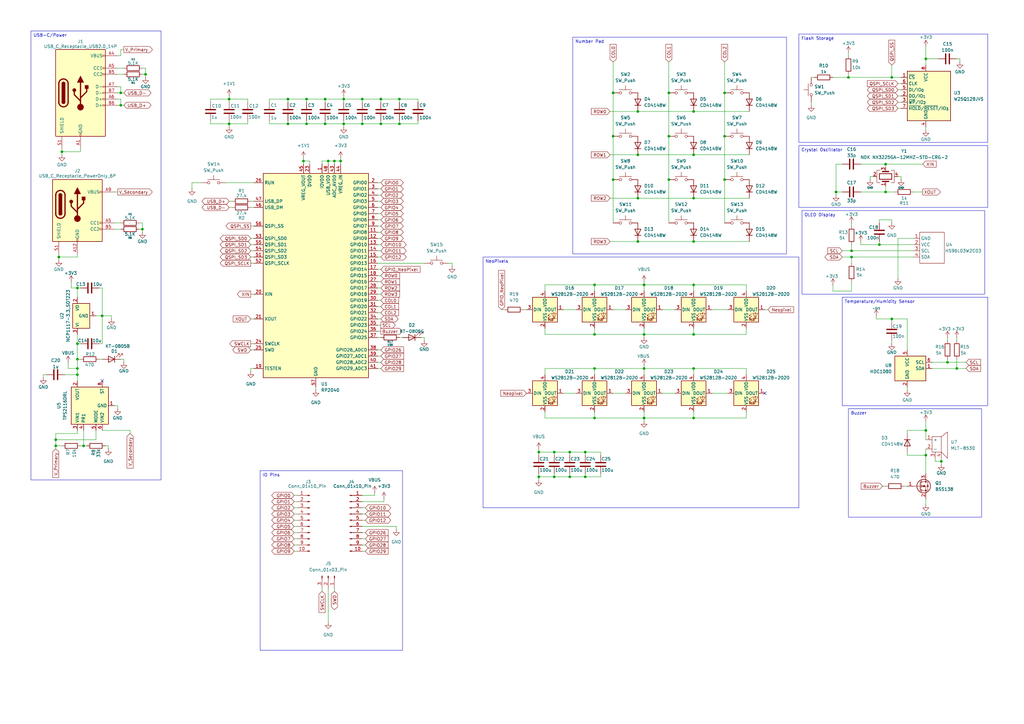
<source format=kicad_sch>
(kicad_sch (version 20250114) (generator "eeschema") (generator_version "9.0")
  (paper "A3")
  (title_block (title "RP2040 Devboard") (date "2025-12-05"))
  (text_box "NeoPixels" (at 198.12 105.41 0) (size 129.54 102.87) (margins 0.9525 0.9525 0.9525 0.9525) (effects (font (size 1.27 1.27)) (justify left top)))
  (text_box "IO Pins\n" (at 106.68 193.04 0) (size 58.42 73.66) (margins 0.9525 0.9525 0.9525 0.9525) (effects (font (size 1.27 1.27)) (justify left top)))
  (text_box "OLED Display\n" (at 328.93 86.36 0) (size 74.93 34.29) (margins 0.9525 0.9525 0.9525 0.9525) (effects (font (size 1.27 1.27)) (justify left top)))
  (text_box "Number Pad" (at 234.95 15.24 0) (size 87.63 88.9) (margins 0.9525 0.9525 0.9525 0.9525) (effects (font (size 1.27 1.27)) (justify left top)))
  (text_box "Crystal Oscillator\n" (at 327.66 59.69 0) (size 77.47 25.4) (margins 0.9525 0.9525 0.9525 0.9525) (effects (font (size 1.27 1.27)) (justify left top)))
  (text_box "Buzzer\n" (at 347.98 167.64 0) (size 54.61 44.45) (margins 0.9525 0.9525 0.9525 0.9525) (effects (font (size 1.27 1.27)) (justify left top)))
  (text_box "USB-C/Power\n" (at 12.7 12.7 0) (size 53.34 184.15) (margins 0.9525 0.9525 0.9525 0.9525) (effects (font (size 1.27 1.27)) (justify left top)))
  (text_box "Temperature/Humidity Sensor\n" (at 345.44 121.92 0) (size 59.69 44.45) (margins 0.9525 0.9525 0.9525 0.9525) (effects (font (size 1.27 1.27)) (justify left top)))
  (text_box "Flash Storage\n" (at 327.66 13.97 0) (size 77.47 44.45) (margins 0.9525 0.9525 0.9525 0.9525) (effects (font (size 1.27 1.27)) (justify left top)))
  (junction (at 363.22 78.74))
  (junction (at 284.48 63.5))
  (junction (at 139.7 66.04))
  (junction (at 125.73 40.64))
  (junction (at 240.03 185.42))
  (junction (at 388.62 148.59))
  (junction (at 133.35 40.64))
  (junction (at 342.9 78.74))
  (junction (at 233.68 185.42))
  (junction (at 31.75 140.97))
  (junction (at 363.22 67.31))
  (junction (at 140.97 50.8))
  (junction (at 134.62 66.04))
  (junction (at 297.18 73.66))
  (junction (at 284.48 81.28))
  (junction (at 365.76 130.81))
  (junction (at 360.68 100.33))
  (junction (at 118.11 50.8))
  (junction (at 261.62 63.5))
  (junction (at 25.4 62.23))
  (junction (at 392.43 151.13))
  (junction (at 124.46 66.04))
  (junction (at 163.83 40.64))
  (junction (at 243.84 116.84))
  (junction (at 251.46 55.88))
  (junction (at 58.42 93.98))
  (junction (at 163.83 50.8))
  (junction (at 49.53 38.1))
  (junction (at 264.16 171.45))
  (junction (at 93.98 50.8))
  (junction (at 41.91 129.54))
  (junction (at 49.53 43.18))
  (junction (at 297.18 38.1))
  (junction (at 284.48 171.45))
  (junction (at 251.46 73.66))
  (junction (at 284.48 137.16))
  (junction (at 297.18 55.88))
  (junction (at 264.16 137.16))
  (junction (at 347.98 31.75))
  (junction (at 31.75 118.11))
  (junction (at 118.11 40.64))
  (junction (at 156.21 40.64))
  (junction (at 264.16 151.13))
  (junction (at 379.73 176.53))
  (junction (at 220.98 195.58))
  (junction (at 243.84 151.13))
  (junction (at 31.75 151.13))
  (junction (at 261.62 81.28))
  (junction (at 349.25 102.87))
  (junction (at 31.75 153.67))
  (junction (at 227.33 185.42))
  (junction (at 148.59 50.8))
  (junction (at 137.16 66.04))
  (junction (at 274.32 55.88))
  (junction (at 261.62 45.72))
  (junction (at 240.03 195.58))
  (junction (at 31.75 147.32))
  (junction (at 22.86 180.34))
  (junction (at 379.73 24.13))
  (junction (at 148.59 40.64))
  (junction (at 284.48 45.72))
  (junction (at 349.25 105.41))
  (junction (at 125.73 50.8))
  (junction (at 386.08 189.23))
  (junction (at 251.46 38.1))
  (junction (at 93.98 40.64))
  (junction (at 284.48 99.06))
  (junction (at 379.73 186.69))
  (junction (at 365.76 31.75))
  (junction (at 264.16 116.84))
  (junction (at 274.32 73.66))
  (junction (at 24.13 105.41))
  (junction (at 34.29 182.88))
  (junction (at 284.48 151.13))
  (junction (at 284.48 116.84))
  (junction (at 156.21 50.8))
  (junction (at 220.98 185.42))
  (junction (at 133.35 50.8))
  (junction (at 140.97 40.64))
  (junction (at 243.84 137.16))
  (junction (at 59.69 30.48))
  (junction (at 243.84 171.45))
  (junction (at 227.33 195.58))
  (junction (at 261.62 99.06))
  (junction (at 274.32 38.1))
  (junction (at 233.68 195.58))
  (junction (at 22.86 182.88))
  (no_connect (at 41.91 156.21))
  (no_connect (at 313.69 161.29))
  (wire (pts (xy 132.08 66.04) (xy 134.62 66.04)))
  (wire (pts (xy 347.98 31.75) (xy 347.98 30.48)))
  (wire (pts (xy 121.92 223.52) (xy 120.65 223.52)))
  (wire (pts (xy 379.73 176.53) (xy 379.73 180.34)))
  (wire (pts (xy 139.7 66.04) (xy 139.7 67.31)))
  (wire (pts (xy 39.37 180.34) (xy 39.37 176.53)))
  (wire (pts (xy 365.76 140.97) (xy 365.76 139.7)))
  (wire (pts (xy 382.27 148.59) (xy 388.62 148.59)))
  (wire (pts (xy 156.21 50.8) (xy 156.21 49.53)))
  (wire (pts (xy 243.84 116.84) (xy 264.16 116.84)))
  (wire (pts (xy 31.75 104.14) (xy 31.75 105.41)))
  (wire (pts (xy 240.03 195.58) (xy 240.03 194.31)))
  (wire (pts (xy 102.87 100.33) (xy 104.14 100.33)))
  (wire (pts (xy 292.1 127) (xy 298.45 127)))
  (wire (pts (xy 274.32 25.4) (xy 274.32 38.1)))
  (wire (pts (xy 261.62 99.06) (xy 284.48 99.06)))
  (wire (pts (xy 284.48 99.06) (xy 307.34 99.06)))
  (wire (pts (xy 156.21 113.03) (xy 154.94 113.03)))
  (wire (pts (xy 365.76 130.81) (xy 365.76 132.08)))
  (wire (pts (xy 48.26 22.86) (xy 49.53 22.86)))
  (wire (pts (xy 118.11 50.8) (xy 118.11 49.53)))
  (wire (pts (xy 154.94 95.25) (xy 156.21 95.25)))
  (wire (pts (xy 101.6 40.64) (xy 101.6 41.91)))
  (wire (pts (xy 125.73 40.64) (xy 133.35 40.64)))
  (wire (pts (xy 363.22 78.74) (xy 367.03 78.74)))
  (wire (pts (xy 360.68 91.44) (xy 360.68 90.17)))
  (wire (pts (xy 363.22 67.31) (xy 363.22 68.58)))
  (wire (pts (xy 102.87 143.51) (xy 104.14 143.51)))
  (wire (pts (xy 368.3 34.29) (xy 369.57 34.29)))
  (wire (pts (xy 264.16 137.16) (xy 264.16 134.62)))
  (wire (pts (xy 49.53 22.86) (xy 49.53 20.32)))
  (wire (pts (xy 148.59 40.64) (xy 156.21 40.64)))
  (wire (pts (xy 156.21 118.11) (xy 154.94 118.11)))
  (wire (pts (xy 246.38 186.69) (xy 246.38 185.42)))
  (wire (pts (xy 156.21 146.05) (xy 154.94 146.05)))
  (wire (pts (xy 50.8 147.32) (xy 49.53 147.32)))
  (wire (pts (xy 231.14 161.29) (xy 236.22 161.29)))
  (wire (pts (xy 59.69 30.48) (xy 59.69 31.75)))
  (wire (pts (xy 46.99 166.37) (xy 48.26 166.37)))
  (wire (pts (xy 34.29 182.88) (xy 34.29 176.53)))
  (wire (pts (xy 102.87 120.65) (xy 104.14 120.65)))
  (wire (pts (xy 163.83 41.91) (xy 163.83 40.64)))
  (wire (pts (xy 33.02 147.32) (xy 31.75 147.32)))
  (wire (pts (xy 264.16 171.45) (xy 264.16 168.91)))
  (wire (pts (xy 132.08 67.31) (xy 132.08 66.04)))
  (wire (pts (xy 264.16 138.43) (xy 264.16 137.16)))
  (wire (pts (xy 171.45 50.8) (xy 163.83 50.8)))
  (wire (pts (xy 223.52 119.38) (xy 223.52 116.84)))
  (wire (pts (xy 93.98 50.8) (xy 93.98 52.07)))
  (wire (pts (xy 223.52 116.84) (xy 243.84 116.84)))
  (wire (pts (xy 133.35 50.8) (xy 125.73 50.8)))
  (wire (pts (xy 31.75 151.13) (xy 31.75 153.67)))
  (wire (pts (xy 43.18 182.88) (xy 44.45 182.88)))
  (wire (pts (xy 154.94 148.59) (xy 156.21 148.59)))
  (wire (pts (xy 341.63 31.75) (xy 347.98 31.75)))
  (wire (pts (xy 156.21 143.51) (xy 154.94 143.51)))
  (wire (pts (xy 29.21 115.57) (xy 29.21 118.11)))
  (wire (pts (xy 156.21 135.89) (xy 154.94 135.89)))
  (wire (pts (xy 149.86 226.06) (xy 148.59 226.06)))
  (wire (pts (xy 162.56 215.9) (xy 162.56 217.17)))
  (wire (pts (xy 121.92 210.82) (xy 120.65 210.82)))
  (wire (pts (xy 53.34 177.8) (xy 53.34 176.53)))
  (wire (pts (xy 369.57 31.75) (xy 365.76 31.75)))
  (wire (pts (xy 50.8 43.18) (xy 49.53 43.18)))
  (wire (pts (xy 149.86 210.82) (xy 148.59 210.82)))
  (wire (pts (xy 41.91 129.54) (xy 41.91 140.97)))
  (wire (pts (xy 31.75 153.67) (xy 26.67 153.67)))
  (wire (pts (xy 33.02 62.23) (xy 25.4 62.23)))
  (wire (pts (xy 154.94 100.33) (xy 156.21 100.33)))
  (wire (pts (xy 140.97 50.8) (xy 140.97 49.53)))
  (wire (pts (xy 31.75 121.92) (xy 31.75 118.11)))
  (wire (pts (xy 139.7 64.77) (xy 139.7 66.04)))
  (wire (pts (xy 227.33 195.58) (xy 233.68 195.58)))
  (wire (pts (xy 156.21 50.8) (xy 148.59 50.8)))
  (wire (pts (xy 356.87 72.39) (xy 358.14 72.39)))
  (wire (pts (xy 48.26 167.64) (xy 48.26 166.37)))
  (wire (pts (xy 31.75 140.97) (xy 31.75 137.16)))
  (wire (pts (xy 140.97 39.37) (xy 140.97 40.64)))
  (wire (pts (xy 396.24 151.13) (xy 392.43 151.13)))
  (wire (pts (xy 173.99 138.43) (xy 173.99 139.7)))
  (wire (pts (xy 363.22 78.74) (xy 363.22 76.2)))
  (wire (pts (xy 46.99 78.74) (xy 48.26 78.74)))
  (wire (pts (xy 233.68 195.58) (xy 240.03 195.58)))
  (wire (pts (xy 153.67 201.93) (xy 153.67 203.2)))
  (wire (pts (xy 102.87 151.13) (xy 102.87 152.4)))
  (wire (pts (xy 137.16 242.57) (xy 137.16 241.3)))
  (wire (pts (xy 31.75 147.32) (xy 31.75 140.97)))
  (wire (pts (xy 22.86 180.34) (xy 39.37 180.34)))
  (wire (pts (xy 379.73 24.13) (xy 384.81 24.13)))
  (wire (pts (xy 134.62 241.3) (xy 134.62 255.27)))
  (wire (pts (xy 360.68 100.33) (xy 360.68 99.06)))
  (wire (pts (xy 156.21 41.91) (xy 156.21 40.64)))
  (wire (pts (xy 120.65 226.06) (xy 121.92 226.06)))
  (wire (pts (xy 306.07 116.84) (xy 306.07 119.38)))
  (wire (pts (xy 172.72 138.43) (xy 173.99 138.43)))
  (wire (pts (xy 149.86 213.36) (xy 148.59 213.36)))
  (wire (pts (xy 264.16 116.84) (xy 284.48 116.84)))
  (wire (pts (xy 353.06 100.33) (xy 360.68 100.33)))
  (wire (pts (xy 41.91 118.11) (xy 41.91 129.54)))
  (wire (pts (xy 102.87 97.79) (xy 104.14 97.79)))
  (wire (pts (xy 220.98 185.42) (xy 220.98 186.69)))
  (wire (pts (xy 240.03 185.42) (xy 246.38 185.42)))
  (wire (pts (xy 49.53 38.1) (xy 50.8 38.1)))
  (wire (pts (xy 33.02 60.96) (xy 33.02 62.23)))
  (wire (pts (xy 58.42 30.48) (xy 59.69 30.48)))
  (wire (pts (xy 40.64 118.11) (xy 41.91 118.11)))
  (wire (pts (xy 297.18 55.88) (xy 297.18 73.66)))
  (wire (pts (xy 185.42 109.22) (xy 185.42 107.95)))
  (wire (pts (xy 231.14 127) (xy 236.22 127)))
  (wire (pts (xy 368.3 72.39) (xy 369.57 72.39)))
  (wire (pts (xy 382.27 151.13) (xy 392.43 151.13)))
  (wire (pts (xy 31.75 153.67) (xy 31.75 156.21)))
  (wire (pts (xy 306.07 168.91) (xy 306.07 171.45)))
  (wire (pts (xy 118.11 41.91) (xy 118.11 40.64)))
  (wire (pts (xy 284.48 137.16) (xy 284.48 134.62)))
  (wire (pts (xy 157.48 204.47) (xy 157.48 205.74)))
  (wire (pts (xy 121.92 208.28) (xy 120.65 208.28)))
  (wire (pts (xy 17.78 153.67) (xy 17.78 154.94)))
  (wire (pts (xy 353.06 67.31) (xy 363.22 67.31)))
  (wire (pts (xy 361.95 199.39) (xy 363.22 199.39)))
  (wire (pts (xy 251.46 127) (xy 256.54 127)))
  (wire (pts (xy 104.14 151.13) (xy 102.87 151.13)))
  (wire (pts (xy 102.87 130.81) (xy 104.14 130.81)))
  (wire (pts (xy 240.03 186.69) (xy 240.03 185.42)))
  (wire (pts (xy 264.16 172.72) (xy 264.16 171.45)))
  (wire (pts (xy 365.76 90.17) (xy 365.76 91.44)))
  (wire (pts (xy 22.86 180.34) (xy 22.86 182.88)))
  (wire (pts (xy 124.46 64.77) (xy 124.46 66.04)))
  (wire (pts (xy 349.25 102.87) (xy 374.65 102.87)))
  (wire (pts (xy 284.48 151.13) (xy 264.16 151.13)))
  (wire (pts (xy 386.08 187.96) (xy 386.08 189.23)))
  (wire (pts (xy 240.03 195.58) (xy 246.38 195.58)))
  (wire (pts (xy 379.73 172.72) (xy 379.73 176.53)))
  (wire (pts (xy 284.48 171.45) (xy 264.16 171.45)))
  (wire (pts (xy 133.35 41.91) (xy 133.35 40.64)))
  (wire (pts (xy 41.91 147.32) (xy 40.64 147.32)))
  (wire (pts (xy 93.98 50.8) (xy 86.36 50.8)))
  (wire (pts (xy 347.98 21.59) (xy 347.98 22.86)))
  (wire (pts (xy 306.07 153.67) (xy 306.07 151.13)))
  (wire (pts (xy 284.48 45.72) (xy 307.34 45.72)))
  (wire (pts (xy 22.86 182.88) (xy 25.4 182.88)))
  (wire (pts (xy 121.92 218.44) (xy 120.65 218.44)))
  (wire (pts (xy 156.21 128.27) (xy 154.94 128.27)))
  (wire (pts (xy 44.45 184.15) (xy 44.45 182.88)))
  (wire (pts (xy 140.97 40.64) (xy 148.59 40.64)))
  (wire (pts (xy 246.38 195.58) (xy 246.38 194.31)))
  (wire (pts (xy 149.86 223.52) (xy 148.59 223.52)))
  (wire (pts (xy 205.74 127) (xy 207.01 127)))
  (wire (pts (xy 82.55 74.93) (xy 78.74 74.93)))
  (wire (pts (xy 137.16 66.04) (xy 139.7 66.04)))
  (wire (pts (xy 227.33 185.42) (xy 233.68 185.42)))
  (wire (pts (xy 250.19 81.28) (xy 261.62 81.28)))
  (wire (pts (xy 227.33 195.58) (xy 227.33 194.31)))
  (wire (pts (xy 154.94 107.95) (xy 173.99 107.95)))
  (wire (pts (xy 93.98 40.64) (xy 101.6 40.64)))
  (wire (pts (xy 372.11 176.53) (xy 379.73 176.53)))
  (wire (pts (xy 393.7 24.13) (xy 393.7 25.4)))
  (wire (pts (xy 349.25 100.33) (xy 349.25 102.87)))
  (wire (pts (xy 274.32 91.44) (xy 274.32 73.66)))
  (wire (pts (xy 33.02 182.88) (xy 34.29 182.88)))
  (wire (pts (xy 121.92 220.98) (xy 120.65 220.98)))
  (wire (pts (xy 243.84 119.38) (xy 243.84 116.84)))
  (wire (pts (xy 102.87 107.95) (xy 104.14 107.95)))
  (wire (pts (xy 93.98 50.8) (xy 93.98 49.53)))
  (wire (pts (xy 101.6 49.53) (xy 101.6 50.8)))
  (wire (pts (xy 22.86 177.8) (xy 31.75 177.8)))
  (wire (pts (xy 86.36 40.64) (xy 93.98 40.64)))
  (wire (pts (xy 261.62 45.72) (xy 284.48 45.72)))
  (wire (pts (xy 154.94 90.17) (xy 156.21 90.17)))
  (wire (pts (xy 24.13 106.68) (xy 24.13 105.41)))
  (wire (pts (xy 29.21 118.11) (xy 31.75 118.11)))
  (wire (pts (xy 125.73 41.91) (xy 125.73 40.64)))
  (wire (pts (xy 284.48 153.67) (xy 284.48 151.13)))
  (wire (pts (xy 58.42 91.44) (xy 57.15 91.44)))
  (wire (pts (xy 154.94 74.93) (xy 156.21 74.93)))
  (wire (pts (xy 274.32 38.1) (xy 274.32 55.88)))
  (wire (pts (xy 274.32 55.88) (xy 274.32 73.66)))
  (wire (pts (xy 264.16 119.38) (xy 264.16 116.84)))
  (wire (pts (xy 233.68 185.42) (xy 240.03 185.42)))
  (wire (pts (xy 342.9 78.74) (xy 345.44 78.74)))
  (wire (pts (xy 365.76 31.75) (xy 347.98 31.75)))
  (wire (pts (xy 49.53 43.18) (xy 48.26 43.18)))
  (wire (pts (xy 388.62 138.43) (xy 388.62 139.7)))
  (wire (pts (xy 264.16 149.86) (xy 264.16 151.13)))
  (wire (pts (xy 264.16 137.16) (xy 243.84 137.16)))
  (wire (pts (xy 264.16 151.13) (xy 243.84 151.13)))
  (wire (pts (xy 154.94 77.47) (xy 156.21 77.47)))
  (wire (pts (xy 243.84 137.16) (xy 243.84 134.62)))
  (wire (pts (xy 284.48 137.16) (xy 264.16 137.16)))
  (wire (pts (xy 223.52 171.45) (xy 223.52 168.91)))
  (wire (pts (xy 121.92 203.2) (xy 120.65 203.2)))
  (wire (pts (xy 156.21 110.49) (xy 154.94 110.49)))
  (wire (pts (xy 148.59 50.8) (xy 148.59 49.53)))
  (wire (pts (xy 133.35 50.8) (xy 133.35 49.53)))
  (wire (pts (xy 31.75 118.11) (xy 33.02 118.11)))
  (wire (pts (xy 360.68 90.17) (xy 365.76 90.17)))
  (wire (pts (xy 149.86 220.98) (xy 148.59 220.98)))
  (wire (pts (xy 57.15 93.98) (xy 58.42 93.98)))
  (wire (pts (xy 214.63 127) (xy 215.9 127)))
  (wire (pts (xy 110.49 40.64) (xy 118.11 40.64)))
  (wire (pts (xy 370.84 199.39) (xy 372.11 199.39)))
  (wire (pts (xy 284.48 81.28) (xy 307.34 81.28)))
  (wire (pts (xy 102.87 140.97) (xy 104.14 140.97)))
  (wire (pts (xy 110.49 41.91) (xy 110.49 40.64)))
  (wire (pts (xy 292.1 161.29) (xy 298.45 161.29)))
  (wire (pts (xy 148.59 215.9) (xy 162.56 215.9)))
  (wire (pts (xy 137.16 67.31) (xy 137.16 66.04)))
  (wire (pts (xy 250.19 45.72) (xy 261.62 45.72)))
  (wire (pts (xy 220.98 196.85) (xy 220.98 195.58)))
  (wire (pts (xy 132.08 242.57) (xy 132.08 241.3)))
  (wire (pts (xy 110.49 50.8) (xy 110.49 49.53)))
  (wire (pts (xy 148.59 50.8) (xy 140.97 50.8)))
  (wire (pts (xy 125.73 50.8) (xy 125.73 49.53)))
  (wire (pts (xy 127 66.04) (xy 124.46 66.04)))
  (wire (pts (xy 154.94 80.01) (xy 156.21 80.01)))
  (wire (pts (xy 264.16 153.67) (xy 264.16 151.13)))
  (wire (pts (xy 243.84 151.13) (xy 223.52 151.13)))
  (wire (pts (xy 140.97 50.8) (xy 133.35 50.8)))
  (wire (pts (xy 185.42 107.95) (xy 184.15 107.95)))
  (wire (pts (xy 342.9 67.31) (xy 342.9 78.74)))
  (wire (pts (xy 124.46 66.04) (xy 124.46 67.31)))
  (wire (pts (xy 359.41 129.54) (xy 359.41 130.81)))
  (wire (pts (xy 154.94 87.63) (xy 156.21 87.63)))
  (wire (pts (xy 284.48 119.38) (xy 284.48 116.84)))
  (wire (pts (xy 102.87 105.41) (xy 104.14 105.41)))
  (wire (pts (xy 58.42 27.94) (xy 59.69 27.94)))
  (wire (pts (xy 121.92 213.36) (xy 120.65 213.36)))
  (wire (pts (xy 59.69 27.94) (xy 59.69 30.48)))
  (wire (pts (xy 313.69 127) (xy 314.96 127)))
  (wire (pts (xy 31.75 176.53) (xy 31.75 177.8)))
  (wire (pts (xy 134.62 67.31) (xy 134.62 66.04)))
  (wire (pts (xy 332.74 31.75) (xy 334.01 31.75)))
  (wire (pts (xy 148.59 205.74) (xy 157.48 205.74)))
  (wire (pts (xy 171.45 49.53) (xy 171.45 50.8)))
  (wire (pts (xy 154.94 97.79) (xy 156.21 97.79)))
  (wire (pts (xy 154.94 82.55) (xy 156.21 82.55)))
  (wire (pts (xy 379.73 53.34) (xy 379.73 52.07)))
  (wire (pts (xy 154.94 92.71) (xy 156.21 92.71)))
  (wire (pts (xy 27.94 148.59) (xy 27.94 151.13)))
  (wire (pts (xy 261.62 81.28) (xy 284.48 81.28)))
  (wire (pts (xy 118.11 40.64) (xy 125.73 40.64)))
  (wire (pts (xy 22.86 184.15) (xy 22.86 182.88)))
  (wire (pts (xy 102.87 102.87) (xy 104.14 102.87)))
  (wire (pts (xy 148.59 41.91) (xy 148.59 40.64)))
  (wire (pts (xy 223.52 137.16) (xy 223.52 134.62)))
  (wire (pts (xy 383.54 187.96) (xy 383.54 189.23)))
  (wire (pts (xy 227.33 186.69) (xy 227.33 185.42)))
  (wire (pts (xy 271.78 161.29) (xy 276.86 161.29)))
  (wire (pts (xy 154.94 105.41) (xy 156.21 105.41)))
  (wire (pts (xy 379.73 207.01) (xy 379.73 204.47)))
  (wire (pts (xy 19.05 153.67) (xy 17.78 153.67)))
  (wire (pts (xy 250.19 63.5) (xy 261.62 63.5)))
  (wire (pts (xy 341.63 119.38) (xy 341.63 116.84)))
  (wire (pts (xy 368.3 41.91) (xy 369.57 41.91)))
  (wire (pts (xy 78.74 74.93) (xy 78.74 77.47)))
  (wire (pts (xy 261.62 63.5) (xy 284.48 63.5)))
  (wire (pts (xy 379.73 194.31) (xy 379.73 186.69)))
  (wire (pts (xy 31.75 105.41) (xy 24.13 105.41)))
  (wire (pts (xy 306.07 171.45) (xy 284.48 171.45)))
  (wire (pts (xy 306.07 134.62) (xy 306.07 137.16)))
  (wire (pts (xy 284.48 116.84) (xy 306.07 116.84)))
  (wire (pts (xy 345.44 105.41) (xy 349.25 105.41)))
  (wire (pts (xy 220.98 185.42) (xy 227.33 185.42)))
  (wire (pts (xy 349.25 105.41) (xy 374.65 105.41)))
  (wire (pts (xy 149.86 218.44) (xy 148.59 218.44)))
  (wire (pts (xy 171.45 40.64) (xy 171.45 41.91)))
  (wire (pts (xy 86.36 41.91) (xy 86.36 40.64)))
  (wire (pts (xy 388.62 148.59) (xy 388.62 147.32)))
  (wire (pts (xy 386.08 189.23) (xy 386.08 190.5)))
  (wire (pts (xy 368.3 39.37) (xy 369.57 39.37)))
  (wire (pts (xy 264.16 115.57) (xy 264.16 116.84)))
  (wire (pts (xy 154.94 133.35) (xy 156.21 133.35)))
  (wire (pts (xy 368.3 36.83) (xy 369.57 36.83)))
  (wire (pts (xy 31.75 151.13) (xy 31.75 147.32)))
  (wire (pts (xy 284.48 171.45) (xy 284.48 168.91)))
  (wire (pts (xy 396.24 148.59) (xy 388.62 148.59)))
  (wire (pts (xy 41.91 176.53) (xy 53.34 176.53)))
  (wire (pts (xy 163.83 49.53) (xy 163.83 50.8)))
  (wire (pts (xy 365.76 130.81) (xy 372.11 130.81)))
  (wire (pts (xy 392.43 147.32) (xy 392.43 151.13)))
  (wire (pts (xy 133.35 40.64) (xy 140.97 40.64)))
  (wire (pts (xy 125.73 50.8) (xy 118.11 50.8)))
  (wire (pts (xy 92.71 74.93) (xy 104.14 74.93)))
  (wire (pts (xy 356.87 73.66) (xy 356.87 72.39)))
  (wire (pts (xy 353.06 78.74) (xy 363.22 78.74)))
  (wire (pts (xy 24.13 105.41) (xy 24.13 104.14)))
  (wire (pts (xy 102.87 85.09) (xy 104.14 85.09)))
  (wire (pts (xy 49.53 35.56) (xy 49.53 38.1)))
  (wire (pts (xy 251.46 55.88) (xy 251.46 73.66)))
  (wire (pts (xy 372.11 158.75) (xy 372.11 160.02)))
  (wire (pts (xy 154.94 130.81) (xy 156.21 130.81)))
  (wire (pts (xy 48.26 38.1) (xy 49.53 38.1)))
  (wire (pts (xy 156.21 115.57) (xy 154.94 115.57)))
  (wire (pts (xy 368.3 44.45) (xy 369.57 44.45)))
  (wire (pts (xy 127 67.31) (xy 127 66.04)))
  (wire (pts (xy 58.42 95.25) (xy 58.42 93.98)))
  (wire (pts (xy 392.43 24.13) (xy 393.7 24.13)))
  (wire (pts (xy 363.22 67.31) (xy 378.46 67.31)))
  (wire (pts (xy 365.76 130.81) (xy 359.41 130.81)))
  (wire (pts (xy 50.8 148.59) (xy 50.8 147.32)))
  (wire (pts (xy 332.74 43.18) (xy 332.74 41.91)))
  (wire (pts (xy 48.26 40.64) (xy 49.53 40.64)))
  (wire (pts (xy 379.73 19.05) (xy 379.73 24.13)))
  (wire (pts (xy 163.83 138.43) (xy 165.1 138.43)))
  (wire (pts (xy 31.75 140.97) (xy 33.02 140.97)))
  (wire (pts (xy 369.57 72.39) (xy 369.57 73.66)))
  (wire (pts (xy 264.16 171.45) (xy 243.84 171.45)))
  (wire (pts (xy 379.73 24.13) (xy 379.73 26.67)))
  (wire (pts (xy 48.26 35.56) (xy 49.53 35.56)))
  (wire (pts (xy 374.65 78.74) (xy 378.46 78.74)))
  (wire (pts (xy 220.98 195.58) (xy 227.33 195.58)))
  (wire (pts (xy 93.98 85.09) (xy 95.25 85.09)))
  (wire (pts (xy 372.11 130.81) (xy 372.11 143.51)))
  (wire (pts (xy 349.25 91.44) (xy 349.25 92.71)))
  (wire (pts (xy 118.11 50.8) (xy 110.49 50.8)))
  (wire (pts (xy 34.29 182.88) (xy 35.56 182.88)))
  (wire (pts (xy 156.21 123.19) (xy 154.94 123.19)))
  (wire (pts (xy 372.11 177.8) (xy 372.11 176.53)))
  (wire (pts (xy 102.87 82.55) (xy 104.14 82.55)))
  (wire (pts (xy 342.9 67.31) (xy 345.44 67.31)))
  (wire (pts (xy 140.97 50.8) (xy 140.97 52.07)))
  (wire (pts (xy 49.53 40.64) (xy 49.53 43.18)))
  (wire (pts (xy 129.54 160.02) (xy 129.54 158.75)))
  (wire (pts (xy 154.94 138.43) (xy 156.21 138.43)))
  (wire (pts (xy 156.21 125.73) (xy 154.94 125.73)))
  (wire (pts (xy 349.25 119.38) (xy 341.63 119.38)))
  (wire (pts (xy 48.26 30.48) (xy 50.8 30.48)))
  (wire (pts (xy 250.19 99.06) (xy 261.62 99.06)))
  (wire (pts (xy 93.98 41.91) (xy 93.98 40.64)))
  (wire (pts (xy 297.18 38.1) (xy 297.18 55.88)))
  (wire (pts (xy 220.98 184.15) (xy 220.98 185.42)))
  (wire (pts (xy 243.84 153.67) (xy 243.84 151.13)))
  (wire (pts (xy 93.98 39.37) (xy 93.98 40.64)))
  (wire (pts (xy 392.43 138.43) (xy 392.43 139.7)))
  (wire (pts (xy 148.59 203.2) (xy 153.67 203.2)))
  (wire (pts (xy 163.83 50.8) (xy 156.21 50.8)))
  (wire (pts (xy 45.72 129.54) (xy 45.72 130.81)))
  (wire (pts (xy 368.3 97.79) (xy 368.3 114.3)))
  (wire (pts (xy 243.84 171.45) (xy 223.52 171.45)))
  (wire (pts (xy 149.86 208.28) (xy 148.59 208.28)))
  (wire (pts (xy 271.78 127) (xy 276.86 127)))
  (wire (pts (xy 349.25 115.57) (xy 349.25 119.38)))
  (wire (pts (xy 49.53 20.32) (xy 50.8 20.32)))
  (wire (pts (xy 360.68 100.33) (xy 374.65 100.33)))
  (wire (pts (xy 306.07 137.16) (xy 284.48 137.16)))
  (wire (pts (xy 251.46 161.29) (xy 256.54 161.29)))
  (wire (pts (xy 251.46 38.1) (xy 251.46 55.88)))
  (wire (pts (xy 102.87 92.71) (xy 104.14 92.71)))
  (wire (pts (xy 48.26 27.94) (xy 50.8 27.94)))
  (wire (pts (xy 27.94 151.13) (xy 31.75 151.13)))
  (wire (pts (xy 368.3 97.79) (xy 374.65 97.79)))
  (wire (pts (xy 134.62 66.04) (xy 137.16 66.04)))
  (wire (pts (xy 163.83 40.64) (xy 171.45 40.64)))
  (wire (pts (xy 39.37 129.54) (xy 41.91 129.54)))
  (wire (pts (xy 349.25 105.41) (xy 349.25 107.95)))
  (wire (pts (xy 297.18 25.4) (xy 297.18 38.1)))
  (wire (pts (xy 156.21 40.64) (xy 163.83 40.64)))
  (wire (pts (xy 154.94 151.13) (xy 156.21 151.13)))
  (wire (pts (xy 345.44 102.87) (xy 349.25 102.87)))
  (wire (pts (xy 223.52 151.13) (xy 223.52 153.67)))
  (wire (pts (xy 383.54 189.23) (xy 386.08 189.23)))
  (wire (pts (xy 121.92 205.74) (xy 120.65 205.74)))
  (wire (pts (xy 121.92 215.9) (xy 120.65 215.9)))
  (wire (pts (xy 365.76 26.67) (xy 365.76 31.75)))
  (wire (pts (xy 49.53 93.98) (xy 46.99 93.98)))
  (wire (pts (xy 284.48 63.5) (xy 307.34 63.5)))
  (wire (pts (xy 156.21 120.65) (xy 154.94 120.65)))
  (wire (pts (xy 306.07 151.13) (xy 284.48 151.13)))
  (wire (pts (xy 41.91 129.54) (xy 45.72 129.54)))
  (wire (pts (xy 86.36 50.8) (xy 86.36 49.53)))
  (wire (pts (xy 220.98 194.31) (xy 220.98 195.58)))
  (wire (pts (xy 58.42 93.98) (xy 58.42 91.44)))
  (wire (pts (xy 353.06 99.06) (xy 353.06 100.33)))
  (wire (pts (xy 297.18 91.44) (xy 297.18 73.66)))
  (wire (pts (xy 372.11 186.69) (xy 372.11 185.42)))
  (wire (pts (xy 25.4 62.23) (xy 25.4 60.96)))
  (wire (pts (xy 372.11 186.69) (xy 379.73 186.69)))
  (wire (pts (xy 25.4 62.23) (xy 25.4 63.5)))
  (wire (pts (xy 101.6 50.8) (xy 93.98 50.8)))
  (wire (pts (xy 154.94 85.09) (xy 156.21 85.09)))
  (wire (pts (xy 342.9 78.74) (xy 342.9 80.01)))
  (wire (pts (xy 49.53 91.44) (xy 46.99 91.44)))
  (wire (pts (xy 251.46 91.44) (xy 251.46 73.66)))
  (wire (pts (xy 379.73 186.69) (xy 379.73 184.15)))
  (wire (pts (xy 22.86 177.8) (xy 22.86 180.34)))
  (wire (pts (xy 93.98 82.55) (xy 95.25 82.55)))
  (wire (pts (xy 140.97 41.91) (xy 140.97 40.64)))
  (wire (pts (xy 243.84 137.16) (xy 223.52 137.16)))
  (wire (pts (xy 243.84 168.91) (xy 243.84 171.45)))
  (wire (pts (xy 233.68 195.58) (xy 233.68 194.31)))
  (wire (pts (xy 40.64 140.97) (xy 41.91 140.97)))
  (wire (pts (xy 251.46 25.4) (xy 251.46 38.1)))
  (wire (pts (xy 154.94 102.87) (xy 156.21 102.87)))
  (wire (pts (xy 233.68 186.69) (xy 233.68 185.42)))
  (global_label "GPIO3" (shape bidirectional) (at 156.21 82.55 0) (property "Intersheetrefs" "${INTERSHEET_REFS}" (effects (hide yes))))
  (global_label "ROW0" (shape input) (at 250.19 45.72 180) (property "Intersheetrefs" "${INTERSHEET_REFS}" (effects (hide yes))))
  (global_label "QSPI_SD3" (shape bidirectional) (at 102.87 105.41 180) (property "Intersheetrefs" "${INTERSHEET_REFS}" (effects (hide yes))))
  (global_label "GPIO29" (shape input) (at 156.21 151.13 0) (property "Intersheetrefs" "${INTERSHEET_REFS}" (effects (hide yes))))
  (global_label "GPIO10" (shape bidirectional) (at 156.21 100.33 0) (property "Intersheetrefs" "${INTERSHEET_REFS}" (effects (hide yes))))
  (global_label "USB_D+" (shape bidirectional) (at 50.8 43.18 0) (property "Intersheetrefs" "${INTERSHEET_REFS}" (effects (hide yes))))
  (global_label "QSPI_SD2" (shape bidirectional) (at 368.3 41.91 180) (property "Intersheetrefs" "${INTERSHEET_REFS}" (effects (hide yes))))
  (global_label "QSPI_SS" (shape input) (at 365.76 26.67 90) (property "Intersheetrefs" "${INTERSHEET_REFS}" (effects (hide yes))))
  (global_label "XIN" (shape input) (at 378.46 67.31 0) (property "Intersheetrefs" "${INTERSHEET_REFS}" (effects (hide yes))))
  (global_label "Neopixel" (shape input) (at 215.9 161.29 180) (property "Intersheetrefs" "${INTERSHEET_REFS}" (effects (hide yes))))
  (global_label "QSPI_SD2" (shape bidirectional) (at 102.87 102.87 180) (property "Intersheetrefs" "${INTERSHEET_REFS}" (effects (hide yes))))
  (global_label "SDA" (shape bidirectional) (at 345.44 105.41 180) (property "Intersheetrefs" "${INTERSHEET_REFS}" (effects (hide yes))))
  (global_label "GPIO8" (shape bidirectional) (at 156.21 95.25 0) (property "Intersheetrefs" "${INTERSHEET_REFS}" (effects (hide yes))))
  (global_label "GPIO5" (shape bidirectional) (at 156.21 87.63 0) (property "Intersheetrefs" "${INTERSHEET_REFS}" (effects (hide yes))))
  (global_label "GPIO7" (shape bidirectional) (at 156.21 92.71 0) (property "Intersheetrefs" "${INTERSHEET_REFS}" (effects (hide yes))))
  (global_label "QSPI_SD0" (shape bidirectional) (at 368.3 36.83 180) (property "Intersheetrefs" "${INTERSHEET_REFS}" (effects (hide yes))))
  (global_label "GPIO_NeoPixel" (shape input) (at 156.21 110.49 0) (property "Intersheetrefs" "${INTERSHEET_REFS}" (effects (hide yes))))
  (global_label "SDA" (shape bidirectional) (at 156.21 130.81 0) (property "Intersheetrefs" "${INTERSHEET_REFS}" (effects (hide yes))))
  (global_label "GPIO9" (shape bidirectional) (at 156.21 97.79 0) (property "Intersheetrefs" "${INTERSHEET_REFS}" (effects (hide yes))))
  (global_label "GPIO28" (shape input) (at 156.21 148.59 0) (property "Intersheetrefs" "${INTERSHEET_REFS}" (effects (hide yes))))
  (global_label "COL1" (shape input) (at 156.21 125.73 0) (property "Intersheetrefs" "${INTERSHEET_REFS}" (effects (hide yes))))
  (global_label "QSPI_SCLK" (shape output) (at 102.87 107.95 180) (property "Intersheetrefs" "${INTERSHEET_REFS}" (effects (hide yes))))
  (global_label "GPIO2" (shape bidirectional) (at 156.21 80.01 0) (property "Intersheetrefs" "${INTERSHEET_REFS}" (effects (hide yes))))
  (global_label "ROW1" (shape input) (at 156.21 115.57 0) (property "Intersheetrefs" "${INTERSHEET_REFS}" (effects (hide yes))))
  (global_label "QSPI_SS" (shape output) (at 102.87 92.71 180) (property "Intersheetrefs" "${INTERSHEET_REFS}" (effects (hide yes))))
  (global_label "ROW0" (shape input) (at 156.21 113.03 0) (property "Intersheetrefs" "${INTERSHEET_REFS}" (effects (hide yes))))
  (global_label "SWCLK" (shape input) (at 132.08 242.57 270) (property "Intersheetrefs" "${INTERSHEET_REFS}" (effects (hide yes))))
  (global_label "GPIO1" (shape bidirectional) (at 120.65 205.74 180) (property "Intersheetrefs" "${INTERSHEET_REFS}" (effects (hide yes))))
  (global_label "COL2" (shape input) (at 156.21 128.27 0) (property "Intersheetrefs" "${INTERSHEET_REFS}" (effects (hide yes))))
  (global_label "SCL" (shape input) (at 345.44 102.87 180) (property "Intersheetrefs" "${INTERSHEET_REFS}" (effects (hide yes))))
  (global_label "SWD" (shape bidirectional) (at 102.87 143.51 180) (property "Intersheetrefs" "${INTERSHEET_REFS}" (effects (hide yes))))
  (global_label "SCL" (shape output) (at 156.21 133.35 0) (property "Intersheetrefs" "${INTERSHEET_REFS}" (effects (hide yes))))
  (global_label "V_Secondary" (shape output) (at 48.26 78.74 0) (property "Intersheetrefs" "${INTERSHEET_REFS}" (effects (hide yes))))
  (global_label "ROW1" (shape input) (at 250.19 63.5 180) (property "Intersheetrefs" "${INTERSHEET_REFS}" (effects (hide yes))))
  (global_label "GPIO26" (shape input) (at 149.86 218.44 0) (property "Intersheetrefs" "${INTERSHEET_REFS}" (effects (hide yes))))
  (global_label "ROW3" (shape input) (at 156.21 120.65 0) (property "Intersheetrefs" "${INTERSHEET_REFS}" (effects (hide yes))))
  (global_label "QSPI_SD3" (shape bidirectional) (at 368.3 44.45 180) (property "Intersheetrefs" "${INTERSHEET_REFS}" (effects (hide yes))))
  (global_label "XOUT" (shape output) (at 378.46 78.74 0) (property "Intersheetrefs" "${INTERSHEET_REFS}" (effects (hide yes))))
  (global_label "GPIO10" (shape bidirectional) (at 149.86 208.28 0) (property "Intersheetrefs" "${INTERSHEET_REFS}" (effects (hide yes))))
  (global_label "Buzzer" (shape output) (at 156.21 135.89 0) (property "Intersheetrefs" "${INTERSHEET_REFS}" (effects (hide yes))))
  (global_label "GPIO_NeoPixel" (shape input) (at 205.74 127 90) (property "Intersheetrefs" "${INTERSHEET_REFS}" (effects (hide yes))))
  (global_label "SCL" (shape input) (at 396.24 148.59 0) (property "Intersheetrefs" "${INTERSHEET_REFS}" (effects (hide yes))))
  (global_label "USB_D+" (shape bidirectional) (at 93.98 82.55 180) (property "Intersheetrefs" "${INTERSHEET_REFS}" (effects (hide yes))))
  (global_label "GPIO12" (shape bidirectional) (at 149.86 213.36 0) (property "Intersheetrefs" "${INTERSHEET_REFS}" (effects (hide yes))))
  (global_label "SDA" (shape input) (at 396.24 151.13 0) (property "Intersheetrefs" "${INTERSHEET_REFS}" (effects (hide yes))))
  (global_label "COL0" (shape input) (at 156.21 123.19 0) (property "Intersheetrefs" "${INTERSHEET_REFS}" (effects (hide yes))))
  (global_label "GPIO27" (shape input) (at 156.21 146.05 0) (property "Intersheetrefs" "${INTERSHEET_REFS}" (effects (hide yes))))
  (global_label "GPIO3" (shape bidirectional) (at 120.65 210.82 180) (property "Intersheetrefs" "${INTERSHEET_REFS}" (effects (hide yes))))
  (global_label "GPIO11" (shape bidirectional) (at 149.86 210.82 0) (property "Intersheetrefs" "${INTERSHEET_REFS}" (effects (hide yes))))
  (global_label "GPIO1" (shape bidirectional) (at 156.21 77.47 0) (property "Intersheetrefs" "${INTERSHEET_REFS}" (effects (hide yes))))
  (global_label "GPIO12" (shape bidirectional) (at 156.21 105.41 0) (property "Intersheetrefs" "${INTERSHEET_REFS}" (effects (hide yes))))
  (global_label "GPIO9" (shape bidirectional) (at 120.65 226.06 180) (property "Intersheetrefs" "${INTERSHEET_REFS}" (effects (hide yes))))
  (global_label "V_Primary" (shape input) (at 22.86 184.15 270) (property "Intersheetrefs" "${INTERSHEET_REFS}" (effects (hide yes))))
  (global_label "ROW2" (shape input) (at 250.19 81.28 180) (property "Intersheetrefs" "${INTERSHEET_REFS}" (effects (hide yes))))
  (global_label "SWCLK" (shape output) (at 102.87 140.97 180) (property "Intersheetrefs" "${INTERSHEET_REFS}" (effects (hide yes))))
  (global_label "GPIO2" (shape bidirectional) (at 120.65 208.28 180) (property "Intersheetrefs" "${INTERSHEET_REFS}" (effects (hide yes))))
  (global_label "QSPI_SCLK" (shape input) (at 368.3 34.29 180) (property "Intersheetrefs" "${INTERSHEET_REFS}" (effects (hide yes))))
  (global_label "GPIO29" (shape input) (at 149.86 226.06 0) (property "Intersheetrefs" "${INTERSHEET_REFS}" (effects (hide yes))))
  (global_label "GPIO5" (shape bidirectional) (at 120.65 215.9 180) (property "Intersheetrefs" "${INTERSHEET_REFS}" (effects (hide yes))))
  (global_label "GPIO28" (shape input) (at 149.86 223.52 0) (property "Intersheetrefs" "${INTERSHEET_REFS}" (effects (hide yes))))
  (global_label "QSPI_SD1" (shape bidirectional) (at 102.87 100.33 180) (property "Intersheetrefs" "${INTERSHEET_REFS}" (effects (hide yes))))
  (global_label "GPIO4" (shape bidirectional) (at 120.65 213.36 180) (property "Intersheetrefs" "${INTERSHEET_REFS}" (effects (hide yes))))
  (global_label "XOUT" (shape input) (at 102.87 130.81 180) (property "Intersheetrefs" "${INTERSHEET_REFS}" (effects (hide yes))))
  (global_label "Neopixel" (shape input) (at 314.96 127 0) (property "Intersheetrefs" "${INTERSHEET_REFS}" (effects (hide yes))))
  (global_label "GPIO27" (shape input) (at 149.86 220.98 0) (property "Intersheetrefs" "${INTERSHEET_REFS}" (effects (hide yes))))
  (global_label "QSPI_SD1" (shape bidirectional) (at 368.3 39.37 180) (property "Intersheetrefs" "${INTERSHEET_REFS}" (effects (hide yes))))
  (global_label "ROW3" (shape input) (at 250.19 99.06 180) (property "Intersheetrefs" "${INTERSHEET_REFS}" (effects (hide yes))))
  (global_label "XIN" (shape output) (at 102.87 120.65 180) (property "Intersheetrefs" "${INTERSHEET_REFS}" (effects (hide yes))))
  (global_label "GPIO11" (shape bidirectional) (at 156.21 102.87 0) (property "Intersheetrefs" "${INTERSHEET_REFS}" (effects (hide yes))))
  (global_label "GPIO0" (shape bidirectional) (at 120.65 203.2 180) (property "Intersheetrefs" "${INTERSHEET_REFS}" (effects (hide yes))))
  (global_label "COL1" (shape input) (at 274.32 25.4 90) (property "Intersheetrefs" "${INTERSHEET_REFS}" (effects (hide yes))))
  (global_label "GPIO6" (shape bidirectional) (at 120.65 218.44 180) (property "Intersheetrefs" "${INTERSHEET_REFS}" (effects (hide yes))))
  (global_label "V_Primary" (shape output) (at 50.8 20.32 0) (property "Intersheetrefs" "${INTERSHEET_REFS}" (effects (hide yes))))
  (global_label "GPIO26" (shape input) (at 156.21 143.51 0) (property "Intersheetrefs" "${INTERSHEET_REFS}" (effects (hide yes))))
  (global_label "GPIO8" (shape bidirectional) (at 120.65 223.52 180) (property "Intersheetrefs" "${INTERSHEET_REFS}" (effects (hide yes))))
  (global_label "GPIO0" (shape bidirectional) (at 156.21 74.93 0) (property "Intersheetrefs" "${INTERSHEET_REFS}" (effects (hide yes))))
  (global_label "Buzzer" (shape input) (at 361.95 199.39 180) (property "Intersheetrefs" "${INTERSHEET_REFS}" (effects (hide yes))))
  (global_label "COL2" (shape input) (at 297.18 25.4 90) (property "Intersheetrefs" "${INTERSHEET_REFS}" (effects (hide yes))))
  (global_label "QSPI_SD0" (shape bidirectional) (at 102.87 97.79 180) (property "Intersheetrefs" "${INTERSHEET_REFS}" (effects (hide yes))))
  (global_label "USB_D-" (shape bidirectional) (at 93.98 85.09 180) (property "Intersheetrefs" "${INTERSHEET_REFS}" (effects (hide yes))))
  (global_label "SWD" (shape bidirectional) (at 137.16 242.57 270) (property "Intersheetrefs" "${INTERSHEET_REFS}" (effects (hide yes))))
  (global_label "GPIO4" (shape bidirectional) (at 156.21 85.09 0) (property "Intersheetrefs" "${INTERSHEET_REFS}" (effects (hide yes))))
  (global_label "COL0" (shape input) (at 251.46 25.4 90) (property "Intersheetrefs" "${INTERSHEET_REFS}" (effects (hide yes))))
  (global_label "GPIO6" (shape bidirectional) (at 156.21 90.17 0) (property "Intersheetrefs" "${INTERSHEET_REFS}" (effects (hide yes))))
  (global_label "USB_D-" (shape bidirectional) (at 50.8 38.1 0) (property "Intersheetrefs" "${INTERSHEET_REFS}" (effects (hide yes))))
  (global_label "GPIO7" (shape bidirectional) (at 120.65 220.98 180) (property "Intersheetrefs" "${INTERSHEET_REFS}" (effects (hide yes))))
  (global_label "V_Secondary" (shape input) (at 53.34 177.8 270) (property "Intersheetrefs" "${INTERSHEET_REFS}" (effects (hide yes))))
  (global_label "ROW2" (shape input) (at 156.21 118.11 0) (property "Intersheetrefs" "${INTERSHEET_REFS}" (effects (hide yes))))
  (symbol (lib_id "Device:C") (at 233.68 190.5 0) (unit 1)
    (property "Reference" "C23" (at 233.934 188.214 0) (effects (justify left)))
    (property "Value" "100u" (at 233.934 192.786 0) (effects (justify left)))
    (property "Footprint" "Capacitor_SMD:C_1206_3216Metric_Pad1.33x1.80mm_HandSolder" (effects (hide yes)))
    (property "Description" "Unpolarized capacitor" (effects (hide yes)))
  )
  (symbol (lib_id "power:GND") (at 342.9 80.01 0) (unit 1)
    (property "Reference" "#PWR025" (effects (hide yes)))
    (property "Value" "GND" (at 342.9 83.82 0))
    (property "Description" "Power symbol creates a global label with name \"GND\" , ground" (effects (hide yes)))
  )
  (symbol (lib_id "power:GND") (at 102.87 152.4 0) (unit 1)
    (property "Reference" "#PWR026" (effects (hide yes)))
    (property "Value" "GND" (at 102.87 157.48 0))
    (property "Description" "Power symbol creates a global label with name \"GND\" , ground" (effects (hide yes)))
  )
  (symbol (lib_id "Diode:CD4148W") (at 307.34 59.69 90) (unit 1)
    (property "Reference" "D9" (at 309.88 58.4199 90) (effects (justify right)))
    (property "Value" "CD4148W" (at 309.88 60.9599 90) (effects (justify right)))
    (property "Footprint" "Diode_SMD:D_0805_2012Metric_Pad1.15x1.40mm_HandSolder" (effects (hide yes)))
    (property "Datasheet" "https://www.dccomponents.com/upload/product/original/623524775088.pdf" (effects (hide yes)))
    (property "Description" "75V 0.15A Switching Diode, 0805" (effects (hide yes)))
    (property "Sim.Device" "D" (effects (hide yes)))
    (property "Sim.Pins" "1=K 2=A" (effects (hide yes)))
  )
  (symbol (lib_id "Diode:CD4148W") (at 261.62 41.91 90) (unit 1)
    (property "Reference" "D4" (at 264.16 40.6399 90) (effects (justify right)))
    (property "Value" "CD4148W" (at 264.16 43.1799 90) (effects (justify right)))
    (property "Footprint" "Diode_SMD:D_0805_2012Metric_Pad1.15x1.40mm_HandSolder" (effects (hide yes)))
    (property "Datasheet" "https://www.dccomponents.com/upload/product/original/623524775088.pdf" (effects (hide yes)))
    (property "Description" "75V 0.15A Switching Diode, 0805" (effects (hide yes)))
    (property "Sim.Device" "D" (effects (hide yes)))
    (property "Sim.Pins" "1=K 2=A" (effects (hide yes)))
  )
  (symbol (lib_id "Device:R") (at 160.02 138.43 90) (unit 1)
    (property "Reference" "R17" (at 160.02 140.208 90) (effects (font (size 0.762 0.762))))
    (property "Value" "100" (at 160.02 141.478 90) (effects (font (size 0.762 0.762))))
    (property "Footprint" "Resistor_SMD:R_0603_1608Metric_Pad0.98x0.95mm_HandSolder" (effects (hide yes)))
    (property "Description" "Resistor" (effects (hide yes)))
  )
  (symbol (lib_id "power:GND") (at 185.42 109.22 0) (unit 1)
    (property "Reference" "#PWR050" (effects (hide yes)))
    (property "Value" "GND" (at 185.42 113.538 0))
    (property "Description" "Power symbol creates a global label with name \"GND\" , ground" (effects (hide yes)))
  )
  (symbol (lib_id "Device:R") (at 36.83 147.32 270) (unit 1)
    (property "Reference" "R12" (at 35.052 145.288 90) (effects (justify left)))
    (property "Value" "470" (at 34.798 149.606 90) (effects (justify left)))
    (property "Footprint" "Resistor_SMD:R_0603_1608Metric_Pad0.98x0.95mm_HandSolder" (effects (hide yes)))
    (property "Description" "Resistor" (effects (hide yes)))
  )
  (symbol (lib_id "LED:WS2812B-2020") (at 284.48 127 0) (unit 1)
    (property "Reference" "D19" (at 294.64 118.11 0))
    (property "Value" "WS2812B-2020" (at 294.64 120.65 0))
    (property "Footprint" "LED_SMD:LED_WS2812B-2020_PLCC4_2.0x2.0mm" (effects (hide yes)))
    (property "Datasheet" "https://cdn-shop.adafruit.com/product-files/4684/4684_WS2812B-2020_V1.3_EN.pdf" (effects (hide yes)))
    (property "Description" "RGB LED with integrated controller, 2.0 x 2.0 mm, 12 mA" (effects (hide yes)))
  )
  (symbol (lib_id "power:+3V3") (at 379.73 19.05 0) (unit 1)
    (property "Reference" "#PWR015" (effects (hide yes)))
    (property "Value" "+3V3" (at 379.73 15.24 0))
    (property "Description" "Power symbol creates a global label with name \"+3V3\"" (effects (hide yes)))
  )
  (symbol (lib_id "Audio:MLT-8530") (at 384.81 181.61 0) (unit 1)
    (property "Reference" "U7" (at 389.89 181.2924 0) (effects (justify left)))
    (property "Value" "MLT-8530" (at 389.89 183.8324 0) (effects (justify left)))
    (property "Footprint" "Buzzer_Beeper:MLT-8530" (effects (hide yes)))
  )
  (symbol (lib_id "Switch:SW_Push") (at 332.74 36.83 90) (unit 1)
    (property "Reference" "SW1" (at 334.01 35.5599 90) (effects (justify right)))
    (property "Value" "SW_Push" (at 334.01 38.0999 90) (effects (justify right)))
    (property "Footprint" "Button_Switch_SMD:SW_Push_SPST_NO_Alps_SKRK" (effects (hide yes)))
    (property "Description" "Push button switch, generic, two pins" (effects (hide yes)))
  )
  (symbol (lib_id "Device:C") (at 101.6 45.72 0) (unit 1)
    (property "Reference" "C12" (at 102.108 43.434 0) (effects (justify left)))
    (property "Value" "100n" (at 101.854 48.006 0) (effects (justify left)))
    (property "Footprint" "Capacitor_SMD:C_0402_1005Metric" (effects (hide yes)))
    (property "Description" "Unpolarized capacitor" (effects (hide yes)))
  )
  (symbol (lib_id "Device:R") (at 99.06 85.09 270) (unit 1)
    (property "Reference" "R2" (at 99.06 89.408 90))
    (property "Value" "27.4" (at 99.06 87.376 90))
    (property "Footprint" "Resistor_SMD:R_0603_1608Metric_Pad0.98x0.95mm_HandSolder" (effects (hide yes)))
    (property "Description" "Resistor" (effects (hide yes)))
  )
  (symbol (lib_id "power:+3V3") (at 388.62 138.43 0) (unit 1)
    (property "Reference" "#PWR037" (effects (hide yes)))
    (property "Value" "+3V3" (at 387.35 134.874 0))
    (property "Description" "Power symbol creates a global label with name \"+3V3\"" (effects (hide yes)))
  )
  (symbol (lib_id "power:VBUS") (at 220.98 184.15 0) (unit 1)
    (property "Reference" "#PWR052" (effects (hide yes)))
    (property "Value" "VBUS" (at 220.98 179.07 0))
    (property "Description" "Power symbol creates a global label with name \"VBUS\"" (effects (hide yes)))
  )
  (symbol (lib_id "power:GND") (at 45.72 130.81 0) (unit 1)
    (property "Reference" "#PWR07" (effects (hide yes)))
    (property "Value" "GND" (at 45.72 134.366 0))
    (property "Description" "Power symbol creates a global label with name \"GND\" , ground" (effects (hide yes)))
  )
  (symbol (lib_id "Device:C") (at 148.59 45.72 0) (unit 1)
    (property "Reference" "C6" (at 149.098 43.18 0) (effects (justify left)))
    (property "Value" "100n" (at 149.098 48.26 0) (effects (justify left)))
    (property "Footprint" "Capacitor_SMD:C_0402_1005Metric" (effects (hide yes)))
    (property "Description" "Unpolarized capacitor" (effects (hide yes)))
  )
  (symbol (lib_id "Device:R") (at 347.98 26.67 180) (unit 1)
    (property "Reference" "R9" (at 350.774 25.146 0))
    (property "Value" "10k" (at 351.282 27.686 0))
    (property "Footprint" "Resistor_SMD:R_0603_1608Metric_Pad0.98x0.95mm_HandSolder" (effects (hide yes)))
    (property "Description" "Resistor" (effects (hide yes)))
  )
  (symbol (lib_id "power:GND") (at 134.62 255.27 0) (unit 1)
    (property "Reference" "#PWR049" (effects (hide yes)))
    (property "Value" "GND" (at 134.62 260.35 0))
    (property "Description" "Power symbol creates a global label with name \"GND\" , ground" (effects (hide yes)))
  )
  (symbol (lib_id "Display_Graphic:HS_HS96L03W2C03") (at 382.27 93.98 0) (unit 1)
    (property "Reference" "U4" (at 387.858 100.33 0) (effects (justify left)))
    (property "Value" "HS96L03W2C03" (at 387.604 102.87 0) (effects (justify left)))
    (property "Footprint" "Display:HS96L03W2C03" (effects (hide yes)))
    (property "Datasheet" "https://www.lcsc.com/datasheet/C5248080.pdf" (effects (hide yes)))
  )
  (symbol (lib_id "Device:Crystal_GND24") (at 363.22 72.39 90) (unit 1)
    (property "Reference" "Y1" (at 370.84 61.976 90))
    (property "Value" "NDK NX3225GA-12MHZ-STD-CRG-2" (at 370.84 64.516 90))
    (property "Footprint" "Crystal:Crystal_SMD_3225-4Pin_3.2x2.5mm_HandSoldering" (effects (hide yes)))
    (property "Description" "Four pin crystal, GND on pins 2 and 4" (effects (hide yes)))
  )
  (symbol (lib_id "Diode:CD4148W") (at 261.62 95.25 90) (unit 1)
    (property "Reference" "D13" (at 264.16 93.9799 90) (effects (justify right)))
    (property "Value" "CD4148W" (at 264.16 96.5199 90) (effects (justify right)))
    (property "Footprint" "Diode_SMD:D_0805_2012Metric_Pad1.15x1.40mm_HandSolder" (effects (hide yes)))
    (property "Datasheet" "https://www.dccomponents.com/upload/product/original/623524775088.pdf" (effects (hide yes)))
    (property "Description" "75V 0.15A Switching Diode, 0805" (effects (hide yes)))
    (property "Sim.Device" "D" (effects (hide yes)))
    (property "Sim.Pins" "1=K 2=A" (effects (hide yes)))
  )
  (symbol (lib_id "Diode:CD4148W") (at 284.48 59.69 90) (unit 1)
    (property "Reference" "D8" (at 287.02 58.4199 90) (effects (justify right)))
    (property "Value" "CD4148W" (at 287.02 60.9599 90) (effects (justify right)))
    (property "Footprint" "Diode_SMD:D_0805_2012Metric_Pad1.15x1.40mm_HandSolder" (effects (hide yes)))
    (property "Datasheet" "https://www.dccomponents.com/upload/product/original/623524775088.pdf" (effects (hide yes)))
    (property "Description" "75V 0.15A Switching Diode, 0805" (effects (hide yes)))
    (property "Sim.Device" "D" (effects (hide yes)))
    (property "Sim.Pins" "1=K 2=A" (effects (hide yes)))
  )
  (symbol (lib_id "Diode:CD4148W") (at 284.48 77.47 90) (unit 1)
    (property "Reference" "D11" (at 287.02 76.1999 90) (effects (justify right)))
    (property "Value" "CD4148W" (at 287.02 78.7399 90) (effects (justify right)))
    (property "Footprint" "Diode_SMD:D_0805_2012Metric_Pad1.15x1.40mm_HandSolder" (effects (hide yes)))
    (property "Datasheet" "https://www.dccomponents.com/upload/product/original/623524775088.pdf" (effects (hide yes)))
    (property "Description" "75V 0.15A Switching Diode, 0805" (effects (hide yes)))
    (property "Sim.Device" "D" (effects (hide yes)))
    (property "Sim.Pins" "1=K 2=A" (effects (hide yes)))
  )
  (symbol (lib_id "Device:R") (at 29.21 182.88 90) (unit 1)
    (property "Reference" "R7" (at 27.94 186.69 0) (effects (justify left)))
    (property "Value" "10k" (at 30.48 187.706 0) (effects (justify left)))
    (property "Footprint" "Resistor_SMD:R_0603_1608Metric_Pad0.98x0.95mm_HandSolder" (effects (hide yes)))
    (property "Description" "Resistor" (effects (hide yes)))
  )
  (symbol (lib_id "Diode:CD4148W") (at 261.62 77.47 90) (unit 1)
    (property "Reference" "D10" (at 264.16 76.1999 90) (effects (justify right)))
    (property "Value" "CD4148W" (at 264.16 78.7399 90) (effects (justify right)))
    (property "Footprint" "Diode_SMD:D_0805_2012Metric_Pad1.15x1.40mm_HandSolder" (effects (hide yes)))
    (property "Datasheet" "https://www.dccomponents.com/upload/product/original/623524775088.pdf" (effects (hide yes)))
    (property "Description" "75V 0.15A Switching Diode, 0805" (effects (hide yes)))
    (property "Sim.Device" "D" (effects (hide yes)))
    (property "Sim.Pins" "1=K 2=A" (effects (hide yes)))
  )
  (symbol (lib_id "Power_Management:TPS2116DRL") (at 36.83 166.37 90) (unit 1)
    (property "Reference" "U5" (at 24.13 166.37 0))
    (property "Value" "TPS2116DRL" (at 26.67 166.37 0))
    (property "Footprint" "Package_TO_SOT_SMD:SOT-583-8" (effects (hide yes)))
    (property "Datasheet" "https://www.ti.com/lit/ds/symlink/tps2116.pdf" (effects (hide yes)))
    (property "Description" "2 Channnels Power Mux with Manual and Priority Switchover, 1.6-5.5V Input Voltage, 2.5A Output Current, Ron 40 mOhm, SOT-583-8" (effects (hide yes)))
  )
  (symbol (lib_id "power:+3V3") (at 359.41 129.54 0) (unit 1)
    (property "Reference" "#PWR035" (effects (hide yes)))
    (property "Value" "+3V3" (at 359.41 126.492 0) (effects (font (size 0.762 0.762))))
    (property "Description" "Power symbol creates a global label with name \"+3V3\"" (effects (hide yes)))
  )
  (symbol (lib_id "Switch:SW_Push") (at 256.54 55.88 0) (unit 1)
    (property "Reference" "SW5" (at 256.54 48.26 0))
    (property "Value" "SW_Push" (at 256.54 50.8 0))
    (property "Footprint" "Button_Switch_SMD:SW_Push_SPST_NO_Alps_SKRK" (effects (hide yes)))
    (property "Description" "Push button switch, generic, two pins" (effects (hide yes)))
  )
  (symbol (lib_id "power:GND") (at 386.08 190.5 0) (unit 1)
    (property "Reference" "#PWR040" (effects (hide yes)))
    (property "Value" "GND" (at 386.08 194.056 0))
    (property "Description" "Power symbol creates a global label with name \"GND\" , ground" (effects (hide yes)))
  )
  (symbol (lib_id "Device:R") (at 210.82 127 90) (unit 1)
    (property "Reference" "R19" (at 210.82 120.65 90))
    (property "Value" "470" (at 210.82 123.19 90))
    (property "Footprint" "Resistor_SMD:R_0603_1608Metric_Pad0.98x0.95mm_HandSolder" (effects (hide yes)))
    (property "Description" "Resistor" (effects (hide yes)))
  )
  (symbol (lib_id "Device:C") (at 171.45 45.72 0) (unit 1)
    (property "Reference" "C9" (at 171.958 43.18 0) (effects (justify left)))
    (property "Value" "100n" (at 171.958 48.26 0) (effects (justify left)))
    (property "Footprint" "Capacitor_SMD:C_0402_1005Metric" (effects (hide yes)))
    (property "Description" "Unpolarized capacitor" (effects (hide yes)))
  )
  (symbol (lib_id "Diode:CD4148W") (at 372.11 181.61 270) (unit 1)
    (property "Reference" "D3" (at 361.442 179.578 90) (effects (justify left)))
    (property "Value" "CD4148W" (at 361.442 182.118 90) (effects (justify left)))
    (property "Footprint" "Diode_SMD:D_0805_2012Metric_Pad1.15x1.40mm_HandSolder" (effects (hide yes)))
    (property "Datasheet" "https://www.dccomponents.com/upload/product/original/623524775088.pdf" (effects (hide yes)))
    (property "Description" "75V 0.15A Switching Diode, 0805" (effects (hide yes)))
    (property "Sim.Device" "D" (effects (hide yes)))
    (property "Sim.Pins" "1=K 2=A" (effects (hide yes)))
  )
  (symbol (lib_id "power:+3V3") (at 392.43 138.43 0) (unit 1)
    (property "Reference" "#PWR038" (effects (hide yes)))
    (property "Value" "+3V3" (at 392.938 134.874 0))
    (property "Description" "Power symbol creates a global label with name \"+3V3\"" (effects (hide yes)))
  )
  (symbol (lib_id "LED:WS2812B-2020") (at 243.84 161.29 0) (unit 1)
    (property "Reference" "D22" (at 254 152.4 0))
    (property "Value" "WS2812B-2020" (at 254 154.94 0))
    (property "Footprint" "LED_SMD:LED_WS2812B-2020_PLCC4_2.0x2.0mm" (effects (hide yes)))
    (property "Datasheet" "https://cdn-shop.adafruit.com/product-files/4684/4684_WS2812B-2020_V1.3_EN.pdf" (effects (hide yes)))
    (property "Description" "RGB LED with integrated controller, 2.0 x 2.0 mm, 12 mA" (effects (hide yes)))
  )
  (symbol (lib_id "Device:C") (at 240.03 190.5 0) (unit 1)
    (property "Reference" "C24" (at 240.284 188.214 0) (effects (justify left)))
    (property "Value" "100u" (at 240.284 192.786 0) (effects (justify left)))
    (property "Footprint" "Capacitor_SMD:C_1206_3216Metric_Pad1.33x1.80mm_HandSolder" (effects (hide yes)))
    (property "Description" "Unpolarized capacitor" (effects (hide yes)))
  )
  (symbol (lib_id "Device:C") (at 125.73 45.72 0) (unit 1)
    (property "Reference" "C3" (at 126.238 43.18 0) (effects (justify left)))
    (property "Value" "100n" (at 126.238 48.26 0) (effects (justify left)))
    (property "Footprint" "Capacitor_SMD:C_0402_1005Metric" (effects (hide yes)))
    (property "Description" "Unpolarized capacitor" (effects (hide yes)))
  )
  (symbol (lib_id "power:VBUS") (at 264.16 149.86 0) (unit 1)
    (property "Reference" "#PWR044" (effects (hide yes)))
    (property "Value" "VBUS" (at 263.906 146.05 0))
    (property "Description" "Power symbol creates a global label with name \"VBUS\"" (effects (hide yes)))
  )
  (symbol (lib_id "Connector:USB_C_Receptacle_USB2.0_14P") (at 33.02 38.1 0) (unit 1)
    (property "Reference" "J1" (at 33.02 17.018 0))
    (property "Value" "USB_C_Receptacle_USB2.0_14P" (at 33.02 19.05 0))
    (property "Footprint" "Connector_USB:USB_C_Receptacle_G-Switch_GT-USB-7010ASV" (effects (hide yes)))
    (property "Datasheet" "https://www.usb.org/sites/default/files/documents/usb_type-c.zip" (effects (hide yes)))
    (property "Description" "USB 2.0-only 14P Type-C Receptacle connector" (effects (hide yes)))
  )
  (symbol (lib_id "power:GND") (at 379.73 53.34 0) (unit 1)
    (property "Reference" "#PWR014" (effects (hide yes)))
    (property "Value" "GND" (at 379.73 57.15 0))
    (property "Description" "Power symbol creates a global label with name \"GND\" , ground" (effects (hide yes)))
  )
  (symbol (lib_id "Connector:Conn_01x10_Pin") (at 127 213.36 0) (mirror y) (unit 1)
    (property "Reference" "J3" (at 126.365 197.612 0))
    (property "Value" "Conn_01x10_Pin" (at 125.984 199.39 0))
    (property "Footprint" "Connector_PinHeader_2.54mm:PinHeader_1x10_P2.54mm_Vertical" (effects (hide yes)))
    (property "Description" "Generic connector, single row, 01x10, script generated" (effects (hide yes)))
  )
  (symbol (lib_id "Device:R") (at 349.25 96.52 0) (unit 1)
    (property "Reference" "R13" (at 343.916 95.25 0) (effects (justify left)))
    (property "Value" "5k" (at 344.17 97.536 0) (effects (justify left)))
    (property "Footprint" "Resistor_SMD:R_0603_1608Metric_Pad0.98x0.95mm_HandSolder" (effects (hide yes)))
    (property "Description" "Resistor" (effects (hide yes)))
  )
  (symbol (lib_id "Regulator_Linear:NCP1117-3.3_SOT223") (at 31.75 129.54 90) (unit 1)
    (property "Reference" "U2" (at 25.4 129.54 0))
    (property "Value" "NCP1117-3.3_SOT223" (at 27.94 129.54 0))
    (property "Footprint" "Package_TO_SOT_SMD:SOT-223-3_TabPin2" (effects (hide yes)))
    (property "Datasheet" "http://www.onsemi.com/pub_link/Collateral/NCP1117-D.PDF" (effects (hide yes)))
    (property "Description" "1A Low drop-out regulator, Fixed Output 3.3V, SOT-223" (effects (hide yes)))
  )
  (symbol (lib_id "Device:R") (at 54.61 30.48 270) (unit 1)
    (property "Reference" "R4" (at 54.61 34.036 90) (effects (font (size 0.762 0.762))))
    (property "Value" "5.1K" (at 54.61 32.512 90))
    (property "Footprint" "Resistor_SMD:R_0603_1608Metric_Pad0.98x0.95mm_HandSolder" (effects (hide yes)))
    (property "Description" "Resistor" (effects (hide yes)))
  )
  (symbol (lib_id "Switch:SW_Push") (at 256.54 38.1 0) (unit 1)
    (property "Reference" "SW2" (at 256.54 30.48 0))
    (property "Value" "SW_Push" (at 256.54 33.02 0))
    (property "Footprint" "Button_Switch_SMD:SW_Push_SPST_NO_Alps_SKRK" (effects (hide yes)))
    (property "Description" "Push button switch, generic, two pins" (effects (hide yes)))
  )
  (symbol (lib_id "power:GND") (at 332.74 43.18 0) (unit 1)
    (property "Reference" "#PWR018" (effects (hide yes)))
    (property "Value" "GND" (at 332.74 48.26 0))
    (property "Description" "Power symbol creates a global label with name \"GND\" , ground" (effects (hide yes)))
  )
  (symbol (lib_id "Connector:Conn_01x03_Pin") (at 134.62 236.22 270) (unit 1)
    (property "Reference" "J5" (at 134.62 231.14 90))
    (property "Value" "Conn_01x03_Pin" (at 134.62 233.68 90))
    (property "Footprint" "Connector_PinHeader_2.54mm:PinHeader_1x03_P2.54mm_Vertical" (effects (hide yes)))
    (property "Description" "Generic connector, single row, 01x03, script generated" (effects (hide yes)))
  )
  (symbol (lib_id "Switch:SW_Push") (at 279.4 55.88 0) (unit 1)
    (property "Reference" "SW6" (at 279.4 48.26 0))
    (property "Value" "SW_Push" (at 279.4 50.8 0))
    (property "Footprint" "Button_Switch_SMD:SW_Push_SPST_NO_Alps_SKRK" (effects (hide yes)))
    (property "Description" "Push button switch, generic, two pins" (effects (hide yes)))
  )
  (symbol (lib_id "MCU_RaspberryPi:RP2040") (at 129.54 113.03 0) (unit 1)
    (property "Reference" "U1" (at 131.6833 157.48 0) (effects (justify left)))
    (property "Value" "RP2040" (at 131.6833 160.02 0) (effects (justify left)))
    (property "Footprint" "Package_DFN_QFN:QFN-56-1EP_7x7mm_P0.4mm_EP3.2x3.2mm" (effects (hide yes)))
    (property "Datasheet" "https://datasheets.raspberrypi.com/rp2040/rp2040-datasheet.pdf" (effects (hide yes)))
    (property "Description" "A microcontroller by Raspberry Pi" (effects (hide yes)))
  )
  (symbol (lib_id "power:GND") (at 93.98 52.07 0) (unit 1)
    (property "Reference" "#PWR06" (effects (hide yes)))
    (property "Value" "GND" (at 93.98 56.134 0))
    (property "Description" "Power symbol creates a global label with name \"GND\" , ground" (effects (hide yes)))
  )
  (symbol (lib_id "Connector:USB_C_Receptacle_PowerOnly_6P") (at 31.75 86.36 0) (unit 1)
    (property "Reference" "J2" (at 31.75 70.104 0))
    (property "Value" "USB_C_Receptacle_PowerOnly_6P" (at 31.75 72.136 0))
    (property "Footprint" "Connector_USB:USB_C_Receptacle_GCT_USB4125-xx-x_6P_TopMnt_Horizontal" (effects (hide yes)))
    (property "Datasheet" "https://www.usb.org/sites/default/files/documents/usb_type-c.zip" (effects (hide yes)))
    (property "Description" "USB Power-Only 6P Type-C Receptacle connector" (effects (hide yes)))
  )
  (symbol (lib_id "power:VBUS") (at 27.94 148.59 0) (unit 1)
    (property "Reference" "#PWR021" (effects (hide yes)))
    (property "Value" "VBUS" (at 27.94 144.78 0))
    (property "Description" "Power symbol creates a global label with name \"VBUS\"" (effects (hide yes)))
  )
  (symbol (lib_id "power:+3V3") (at 341.63 116.84 0) (unit 1)
    (property "Reference" "#PWR031" (effects (hide yes)))
    (property "Value" "+3V3" (at 341.122 113.284 0))
    (property "Description" "Power symbol creates a global label with name \"+3V3\"" (effects (hide yes)))
  )
  (symbol (lib_id "Switch:SW_Push") (at 279.4 91.44 0) (unit 1)
    (property "Reference" "SW12" (at 279.4 83.82 0))
    (property "Value" "SW_Push" (at 279.4 86.36 0))
    (property "Footprint" "Button_Switch_SMD:SW_Push_SPST_NO_Alps_SKRK" (effects (hide yes)))
    (property "Description" "Push button switch, generic, two pins" (effects (hide yes)))
  )
  (symbol (lib_id "Device:R") (at 39.37 182.88 90) (unit 1)
    (property "Reference" "R8" (at 38.354 186.944 0) (effects (justify left)))
    (property "Value" "33k" (at 40.386 187.706 0) (effects (justify left)))
    (property "Footprint" "Resistor_SMD:R_0603_1608Metric_Pad0.98x0.95mm_HandSolder" (effects (hide yes)))
    (property "Description" "Resistor" (effects (hide yes)))
  )
  (symbol (lib_id "power:GND") (at 264.16 138.43 0) (unit 1)
    (property "Reference" "#PWR043" (effects (hide yes)))
    (property "Value" "GND" (at 264.16 142.24 0))
    (property "Description" "Power symbol creates a global label with name \"GND\" , ground" (effects (hide yes)))
  )
  (symbol (lib_id "Switch:SW_Push") (at 256.54 73.66 0) (unit 1)
    (property "Reference" "SW8" (at 256.54 66.04 0))
    (property "Value" "SW_Push" (at 256.54 68.58 0))
    (property "Footprint" "Button_Switch_SMD:SW_Push_SPST_NO_Alps_SKRK" (effects (hide yes)))
    (property "Description" "Push button switch, generic, two pins" (effects (hide yes)))
  )
  (symbol (lib_id "Diode:CD4148W") (at 307.34 95.25 90) (unit 1)
    (property "Reference" "D15" (at 309.88 93.9799 90) (effects (justify right)))
    (property "Value" "CD4148W" (at 309.88 96.5199 90) (effects (justify right)))
    (property "Footprint" "Diode_SMD:D_0805_2012Metric_Pad1.15x1.40mm_HandSolder" (effects (hide yes)))
    (property "Datasheet" "https://www.dccomponents.com/upload/product/original/623524775088.pdf" (effects (hide yes)))
    (property "Description" "75V 0.15A Switching Diode, 0805" (effects (hide yes)))
    (property "Sim.Device" "D" (effects (hide yes)))
    (property "Sim.Pins" "1=K 2=A" (effects (hide yes)))
  )
  (symbol (lib_id "Device:C") (at 93.98 45.72 0) (unit 1)
    (property "Reference" "C11" (at 94.488 43.434 0) (effects (justify left)))
    (property "Value" "100n" (at 94.234 48.006 0) (effects (justify left)))
    (property "Footprint" "Capacitor_SMD:C_0402_1005Metric" (effects (hide yes)))
    (property "Description" "Unpolarized capacitor" (effects (hide yes)))
  )
  (symbol (lib_id "Switch:SW_Push") (at 302.26 73.66 0) (unit 1)
    (property "Reference" "SW10" (at 302.26 66.04 0))
    (property "Value" "SW_Push" (at 302.26 68.58 0))
    (property "Footprint" "Button_Switch_SMD:SW_Push_SPST_NO_Alps_SKRK" (effects (hide yes)))
    (property "Description" "Push button switch, generic, two pins" (effects (hide yes)))
  )
  (symbol (lib_id "power:VBUS") (at 264.16 115.57 0) (unit 1)
    (property "Reference" "#PWR039" (effects (hide yes)))
    (property "Value" "VBUS" (at 264.16 110.49 0))
    (property "Description" "Power symbol creates a global label with name \"VBUS\"" (effects (hide yes)))
  )
  (symbol (lib_id "power:+3V3") (at 29.21 115.57 0) (unit 1)
    (property "Reference" "#PWR08" (effects (hide yes)))
    (property "Value" "+3V3" (at 28.956 112.014 0))
    (property "Description" "Power symbol creates a global label with name \"+3V3\"" (effects (hide yes)))
  )
  (symbol (lib_id "Device:C") (at 118.11 45.72 0) (unit 1)
    (property "Reference" "C2" (at 118.618 43.18 0) (effects (justify left)))
    (property "Value" "100n" (at 118.618 48.26 0) (effects (justify left)))
    (property "Footprint" "Capacitor_SMD:C_0402_1005Metric" (effects (hide yes)))
    (property "Description" "Unpolarized capacitor" (effects (hide yes)))
  )
  (symbol (lib_id "Device:R") (at 337.82 31.75 90) (unit 1)
    (property "Reference" "R10" (at 337.82 26.924 90))
    (property "Value" "1k" (at 337.82 29.464 90))
    (property "Footprint" "Resistor_SMD:R_0603_1608Metric_Pad0.98x0.95mm_HandSolder" (effects (hide yes)))
    (property "Description" "Resistor" (effects (hide yes)))
  )
  (symbol (lib_id "Device:C") (at 86.36 45.72 0) (unit 1)
    (property "Reference" "C10" (at 86.868 43.434 0) (effects (justify left)))
    (property "Value" "1u" (at 86.614 48.006 0) (effects (justify left)))
    (property "Footprint" "Capacitor_SMD:C_0402_1005Metric" (effects (hide yes)))
    (property "Description" "Unpolarized capacitor" (effects (hide yes)))
  )
  (symbol (lib_id "power:GND") (at 129.54 160.02 0) (unit 1)
    (property "Reference" "#PWR027" (effects (hide yes)))
    (property "Value" "GND" (at 129.54 165.1 0))
    (property "Description" "Power symbol creates a global label with name \"GND\" , ground" (effects (hide yes)))
  )
  (symbol (lib_id "Device:C") (at 163.83 45.72 0) (unit 1)
    (property "Reference" "C8" (at 164.338 43.18 0) (effects (justify left)))
    (property "Value" "100n" (at 164.338 48.26 0) (effects (justify left)))
    (property "Footprint" "Capacitor_SMD:C_0402_1005Metric" (effects (hide yes)))
    (property "Description" "Unpolarized capacitor" (effects (hide yes)))
  )
  (symbol (lib_id "power:GND") (at 59.69 31.75 0) (unit 1)
    (property "Reference" "#PWR013" (effects (hide yes)))
    (property "Value" "GND" (at 59.69 35.56 0))
    (property "Description" "Power symbol creates a global label with name \"GND\" , ground" (effects (hide yes)))
  )
  (symbol (lib_id "Device:R") (at 53.34 93.98 270) (unit 1)
    (property "Reference" "R6" (at 53.34 97.536 90) (effects (font (size 0.762 0.762))))
    (property "Value" "5.1K" (at 53.34 96.012 90))
    (property "Footprint" "Resistor_SMD:R_0603_1608Metric_Pad0.98x0.95mm_HandSolder" (effects (hide yes)))
    (property "Description" "Resistor" (effects (hide yes)))
  )
  (symbol (lib_id "power:GND") (at 24.13 106.68 0) (unit 1)
    (property "Reference" "#PWR017" (effects (hide yes)))
    (property "Value" "GND" (at 24.13 110.49 0))
    (property "Description" "Power symbol creates a global label with name \"GND\" , ground" (effects (hide yes)))
  )
  (symbol (lib_id "Device:R") (at 388.62 143.51 180) (unit 1)
    (property "Reference" "R16" (at 383.54 142.24 0) (effects (justify right)))
    (property "Value" "5k" (at 383.794 144.78 0) (effects (justify right)))
    (property "Footprint" "Resistor_SMD:R_0603_1608Metric_Pad0.98x0.95mm_HandSolder" (effects (hide yes)))
    (property "Description" "Resistor" (effects (hide yes)))
  )
  (symbol (lib_id "power:+1V1") (at 93.98 39.37 0) (unit 1)
    (property "Reference" "#PWR05" (effects (hide yes)))
    (property "Value" "+1V1" (at 93.98 34.29 0))
    (property "Description" "Power symbol creates a global label with name \"+1V1\"" (effects (hide yes)))
  )
  (symbol (lib_id "Device:R") (at 367.03 199.39 90) (unit 1)
    (property "Reference" "R18" (at 367.03 193.04 90))
    (property "Value" "470" (at 367.03 195.58 90))
    (property "Footprint" "Resistor_SMD:R_0603_1608Metric_Pad0.98x0.95mm_HandSolder" (effects (hide yes)))
    (property "Description" "Resistor" (effects (hide yes)))
  )
  (symbol (lib_id "LED:WS2812B-2020") (at 284.48 161.29 0) (unit 1)
    (property "Reference" "D24" (at 294.64 152.4 0))
    (property "Value" "WS2812B-2020" (at 294.64 154.94 0))
    (property "Footprint" "LED_SMD:LED_WS2812B-2020_PLCC4_2.0x2.0mm" (effects (hide yes)))
    (property "Datasheet" "https://cdn-shop.adafruit.com/product-files/4684/4684_WS2812B-2020_V1.3_EN.pdf" (effects (hide yes)))
    (property "Description" "RGB LED with integrated controller, 2.0 x 2.0 mm, 12 mA" (effects (hide yes)))
  )
  (symbol (lib_id "Device:C") (at 22.86 153.67 90) (unit 1)
    (property "Reference" "C20" (at 22.86 147.828 90))
    (property "Value" "1u" (at 22.86 150.368 90))
    (property "Footprint" "Capacitor_SMD:C_0603_1608Metric_Pad1.08x0.95mm_HandSolder" (effects (hide yes)))
    (property "Description" "Unpolarized capacitor" (effects (hide yes)))
  )
  (symbol (lib_id "LED:WS2812B-2020") (at 223.52 161.29 0) (unit 1)
    (property "Reference" "D21" (at 233.68 152.4 0))
    (property "Value" "WS2812B-2020" (at 233.68 154.94 0))
    (property "Footprint" "LED_SMD:LED_WS2812B-2020_PLCC4_2.0x2.0mm" (effects (hide yes)))
    (property "Datasheet" "https://cdn-shop.adafruit.com/product-files/4684/4684_WS2812B-2020_V1.3_EN.pdf" (effects (hide yes)))
    (property "Description" "RGB LED with integrated controller, 2.0 x 2.0 mm, 12 mA" (effects (hide yes)))
  )
  (symbol (lib_id "power:GND") (at 48.26 167.64 0) (unit 1)
    (property "Reference" "#PWR020" (effects (hide yes)))
    (property "Value" "GND" (at 48.26 171.45 0))
    (property "Description" "Power symbol creates a global label with name \"GND\" , ground" (effects (hide yes)))
  )
  (symbol (lib_id "power:GND") (at 372.11 160.02 0) (unit 1)
    (property "Reference" "#PWR034" (effects (hide yes)))
    (property "Value" "GND" (at 372.11 164.084 0))
    (property "Description" "Power symbol creates a global label with name \"GND\" , ground" (effects (hide yes)))
  )
  (symbol (lib_id "Switch:SW_Push") (at 179.07 107.95 0) (unit 1)
    (property "Reference" "SW15" (at 179.07 100.33 0))
    (property "Value" "SW_Push" (at 179.07 102.87 0))
    (property "Footprint" "Button_Switch_SMD:SW_Push_SPST_NO_Alps_SKRK" (effects (hide yes)))
    (property "Description" "Push button switch, generic, two pins" (effects (hide yes)))
  )
  (symbol (lib_id "Device:C") (at 246.38 190.5 0) (unit 1)
    (property "Reference" "C25" (at 246.634 188.214 0) (effects (justify left)))
    (property "Value" "100u" (at 246.634 192.786 0) (effects (justify left)))
    (property "Footprint" "Capacitor_SMD:C_1206_3216Metric_Pad1.33x1.80mm_HandSolder" (effects (hide yes)))
    (property "Description" "Unpolarized capacitor" (effects (hide yes)))
  )
  (symbol (lib_id "power:GND") (at 50.8 148.59 0) (unit 1)
    (property "Reference" "#PWR028" (effects (hide yes)))
    (property "Value" "GND" (at 50.8 152.146 0))
    (property "Description" "Power symbol creates a global label with name \"GND\" , ground" (effects (hide yes)))
  )
  (symbol (lib_id "Device:C") (at 227.33 190.5 0) (unit 1)
    (property "Reference" "C22" (at 227.584 188.214 0) (effects (justify left)))
    (property "Value" "100u" (at 227.584 192.786 0) (effects (justify left)))
    (property "Footprint" "Capacitor_SMD:C_1206_3216Metric_Pad1.33x1.80mm_HandSolder" (effects (hide yes)))
    (property "Description" "Unpolarized capacitor" (effects (hide yes)))
  )
  (symbol (lib_id "Diode:CD4148W") (at 307.34 41.91 90) (unit 1)
    (property "Reference" "D6" (at 309.88 40.6399 90) (effects (justify right)))
    (property "Value" "CD4148W" (at 309.88 43.1799 90) (effects (justify right)))
    (property "Footprint" "Diode_SMD:D_0805_2012Metric_Pad1.15x1.40mm_HandSolder" (effects (hide yes)))
    (property "Datasheet" "https://www.dccomponents.com/upload/product/original/623524775088.pdf" (effects (hide yes)))
    (property "Description" "75V 0.15A Switching Diode, 0805" (effects (hide yes)))
    (property "Sim.Device" "D" (effects (hide yes)))
    (property "Sim.Pins" "1=K 2=A" (effects (hide yes)))
  )
  (symbol (lib_id "Device:C") (at 36.83 118.11 90) (unit 1)
    (property "Reference" "C13" (at 35.052 116.586 90) (effects (justify left)))
    (property "Value" "10u" (at 41.91 116.586 90) (effects (justify left)))
    (property "Footprint" "Capacitor_SMD:C_0603_1608Metric_Pad1.08x0.95mm_HandSolder" (effects (hide yes)))
    (property "Description" "Unpolarized capacitor" (effects (hide yes)))
  )
  (symbol (lib_id "Device:R") (at 99.06 82.55 90) (unit 1)
    (property "Reference" "R1" (at 99.06 78.232 90))
    (property "Value" "27.4" (at 99.06 80.264 90))
    (property "Footprint" "Resistor_SMD:R_0603_1608Metric_Pad0.98x0.95mm_HandSolder" (effects (hide yes)))
    (property "Description" "Resistor" (effects (hide yes)))
  )
  (symbol (lib_id "Device:R") (at 54.61 27.94 90) (unit 1)
    (property "Reference" "R3" (at 54.61 24.384 90) (effects (font (size 0.762 0.762))))
    (property "Value" "5.1K" (at 54.61 25.908 90))
    (property "Footprint" "Resistor_SMD:R_0603_1608Metric_Pad0.98x0.95mm_HandSolder" (effects (hide yes)))
    (property "Description" "Resistor" (effects (hide yes)))
  )
  (symbol (lib_id "Switch:SW_Push") (at 256.54 91.44 0) (unit 1)
    (property "Reference" "SW11" (at 256.54 83.82 0))
    (property "Value" "SW_Push" (at 256.54 86.36 0))
    (property "Footprint" "Button_Switch_SMD:SW_Push_SPST_NO_Alps_SKRK" (effects (hide yes)))
    (property "Description" "Push button switch, generic, two pins" (effects (hide yes)))
  )
  (symbol (lib_id "Device:C") (at 349.25 78.74 270) (unit 1)
    (property "Reference" "C17" (at 349.25 74.93 90))
    (property "Value" "33p" (at 349.25 82.296 90))
    (property "Footprint" "Capacitor_SMD:C_0603_1608Metric_Pad1.08x0.95mm_HandSolder" (effects (hide yes)))
    (property "Description" "Unpolarized capacitor" (effects (hide yes)))
  )
  (symbol (lib_id "Transistor_FET:BSS138") (at 377.19 199.39 0) (unit 1)
    (property "Reference" "Q1" (at 383.54 198.1199 0) (effects (justify left)))
    (property "Value" "BSS138" (at 383.54 200.6599 0) (effects (justify left)))
    (property "Footprint" "Package_TO_SOT_SMD:SOT-23" (effects (hide yes)))
    (property "Datasheet" "https://www.onsemi.com/pub/Collateral/BSS138-D.PDF" (effects (hide yes)))
    (property "Description" "50V Vds, 0.22A Id, N-Channel MOSFET, SOT-23" (effects (hide yes)))
  )
  (symbol (lib_id "LED:WS2812B-2020") (at 223.52 127 0) (unit 1)
    (property "Reference" "D16" (at 233.68 118.11 0))
    (property "Value" "WS2812B-2020" (at 233.68 120.65 0))
    (property "Footprint" "LED_SMD:LED_WS2812B-2020_PLCC4_2.0x2.0mm" (effects (hide yes)))
    (property "Datasheet" "https://cdn-shop.adafruit.com/product-files/4684/4684_WS2812B-2020_V1.3_EN.pdf" (effects (hide yes)))
    (property "Description" "RGB LED with integrated controller, 2.0 x 2.0 mm, 12 mA" (effects (hide yes)))
  )
  (symbol (lib_id "LED:WS2812B-2020") (at 306.07 127 0) (unit 1)
    (property "Reference" "D20" (at 316.23 118.11 0))
    (property "Value" "WS2812B-2020" (at 316.23 120.65 0))
    (property "Footprint" "LED_SMD:LED_WS2812B-2020_PLCC4_2.0x2.0mm" (effects (hide yes)))
    (property "Datasheet" "https://cdn-shop.adafruit.com/product-files/4684/4684_WS2812B-2020_V1.3_EN.pdf" (effects (hide yes)))
    (property "Description" "RGB LED with integrated controller, 2.0 x 2.0 mm, 12 mA" (effects (hide yes)))
  )
  (symbol (lib_id "power:GND") (at 58.42 95.25 0) (unit 1)
    (property "Reference" "#PWR016" (effects (hide yes)))
    (property "Value" "GND" (at 58.42 99.06 0))
    (property "Description" "Power symbol creates a global label with name \"GND\" , ground" (effects (hide yes)))
  )
  (symbol (lib_id "Device:C") (at 388.62 24.13 90) (unit 1)
    (property "Reference" "C15" (at 388.62 18.034 90))
    (property "Value" "100n" (at 388.62 20.574 90))
    (property "Footprint" "Capacitor_SMD:C_0603_1608Metric_Pad1.08x0.95mm_HandSolder" (effects (hide yes)))
    (property "Description" "Unpolarized capacitor" (effects (hide yes)))
  )
  (symbol (lib_id "power:+1V1") (at 124.46 64.77 0) (unit 1)
    (property "Reference" "#PWR01" (effects (hide yes)))
    (property "Value" "+1V1" (at 124.46 59.69 0))
    (property "Description" "Power symbol creates a global label with name \"+1V1\"" (effects (hide yes)))
  )
  (symbol (lib_id "power:GND") (at 25.4 63.5 0) (unit 1)
    (property "Reference" "#PWR012" (effects (hide yes)))
    (property "Value" "GND" (at 25.4 67.564 0))
    (property "Description" "Power symbol creates a global label with name \"GND\" , ground" (effects (hide yes)))
  )
  (symbol (lib_id "Device:C") (at 36.83 140.97 90) (unit 1)
    (property "Reference" "C14" (at 35.814 139.7 90) (effects (justify left)))
    (property "Value" "10u" (at 41.656 139.7 90) (effects (justify left)))
    (property "Footprint" "Capacitor_SMD:C_0603_1608Metric_Pad1.08x0.95mm_HandSolder" (effects (hide yes)))
    (property "Description" "Unpolarized capacitor" (effects (hide yes)))
  )
  (symbol (lib_id "Switch:SW_Push") (at 302.26 38.1 0) (unit 1)
    (property "Reference" "SW4" (at 302.26 30.48 0))
    (property "Value" "SW_Push" (at 302.26 33.02 0))
    (property "Footprint" "Button_Switch_SMD:SW_Push_SPST_NO_Alps_SKRK" (effects (hide yes)))
    (property "Description" "Push button switch, generic, two pins" (effects (hide yes)))
  )
  (symbol (lib_id "power:GND") (at 78.74 77.47 0) (unit 1)
    (property "Reference" "#PWR048" (effects (hide yes)))
    (property "Value" "GND" (at 78.74 82.55 0))
    (property "Description" "Power symbol creates a global label with name \"GND\" , ground" (effects (hide yes)))
  )
  (symbol (lib_id "power:GND") (at 140.97 52.07 0) (unit 1)
    (property "Reference" "#PWR03" (effects (hide yes)))
    (property "Value" "GND" (at 140.97 56.134 0))
    (property "Description" "Power symbol creates a global label with name \"GND\" , ground" (effects (hide yes)))
  )
  (symbol (lib_id "power:GND") (at 393.7 25.4 0) (unit 1)
    (property "Reference" "#PWR022" (effects (hide yes)))
    (property "Value" "GND" (at 393.7 29.464 0))
    (property "Description" "Power symbol creates a global label with name \"GND\" , ground" (effects (hide yes)))
  )
  (symbol (lib_id "LED:WS2812B-2020") (at 306.07 161.29 0) (unit 1)
    (property "Reference" "D25" (at 316.23 152.4 0))
    (property "Value" "WS2812B-2020" (at 316.23 154.94 0))
    (property "Footprint" "LED_SMD:LED_WS2812B-2020_PLCC4_2.0x2.0mm" (effects (hide yes)))
    (property "Datasheet" "https://cdn-shop.adafruit.com/product-files/4684/4684_WS2812B-2020_V1.3_EN.pdf" (effects (hide yes)))
    (property "Description" "RGB LED with integrated controller, 2.0 x 2.0 mm, 12 mA" (effects (hide yes)))
  )
  (symbol (lib_id "Switch:SW_Push") (at 87.63 74.93 0) (unit 1)
    (property "Reference" "SW14" (at 87.63 67.31 0))
    (property "Value" "SW_Push" (at 87.63 69.85 0))
    (property "Footprint" "Button_Switch_SMD:SW_Push_SPST_NO_Alps_SKRK" (effects (hide yes)))
    (property "Description" "Push button switch, generic, two pins" (effects (hide yes)))
  )
  (symbol (lib_id "Device:C") (at 220.98 190.5 0) (unit 1)
    (property "Reference" "C21" (at 221.234 188.214 0) (effects (justify left)))
    (property "Value" "100u" (at 221.234 192.786 0) (effects (justify left)))
    (property "Footprint" "Capacitor_SMD:C_1206_3216Metric_Pad1.33x1.80mm_HandSolder" (effects (hide yes)))
    (property "Description" "Unpolarized capacitor" (effects (hide yes)))
  )
  (symbol (lib_id "power:VBUS") (at 153.67 201.93 0) (unit 1)
    (property "Reference" "#PWR046" (effects (hide yes)))
    (property "Value" "VBUS" (at 153.67 196.85 0))
    (property "Description" "Power symbol creates a global label with name \"VBUS\"" (effects (hide yes)))
  )
  (symbol (lib_id "Device:C") (at 133.35 45.72 0) (unit 1)
    (property "Reference" "C4" (at 133.858 43.18 0) (effects (justify left)))
    (property "Value" "100n" (at 133.858 48.26 0) (effects (justify left)))
    (property "Footprint" "Capacitor_SMD:C_0402_1005Metric" (effects (hide yes)))
    (property "Description" "Unpolarized capacitor" (effects (hide yes)))
  )
  (symbol (lib_id "power:GND") (at 369.57 73.66 0) (unit 1)
    (property "Reference" "#PWR023" (effects (hide yes)))
    (property "Value" "GND" (at 369.57 76.962 0) (effects (font (size 0.762 0.762))))
    (property "Description" "Power symbol creates a global label with name \"GND\" , ground" (effects (hide yes)))
  )
  (symbol (lib_id "Device:LED") (at 168.91 138.43 180) (unit 1)
    (property "Reference" "D2" (at 168.91 133.35 0))
    (property "Value" "KT-0805G" (at 168.91 135.89 0))
    (property "Footprint" "LED_SMD:LED_0805_2012Metric_Pad1.15x1.40mm_HandSolder" (effects (hide yes)))
    (property "Description" "Light emitting diode" (effects (hide yes)))
    (property "Sim.Pins" "1=K 2=A" (effects (hide yes)))
  )
  (symbol (lib_id "Device:C") (at 365.76 135.89 0) (unit 1)
    (property "Reference" "C19" (at 366.014 133.858 0) (effects (justify left)))
    (property "Value" "100n" (at 366.014 137.922 0) (effects (justify left)))
    (property "Footprint" "Capacitor_SMD:C_0603_1608Metric_Pad1.08x0.95mm_HandSolder" (effects (hide yes)))
    (property "Description" "Unpolarized capacitor" (effects (hide yes)))
  )
  (symbol (lib_id "power:GND") (at 368.3 114.3 0) (unit 1)
    (property "Reference" "#PWR029" (effects (hide yes)))
    (property "Value" "GND" (at 368.3 118.11 0))
    (property "Description" "Power symbol creates a global label with name \"GND\" , ground" (effects (hide yes)))
  )
  (symbol (lib_id "power:GND") (at 264.16 172.72 0) (unit 1)
    (property "Reference" "#PWR045" (effects (hide yes)))
    (property "Value" "GND" (at 264.16 177.8 0))
    (property "Description" "Power symbol creates a global label with name \"GND\" , ground" (effects (hide yes)))
  )
  (symbol (lib_id "power:GND") (at 356.87 73.66 0) (unit 1)
    (property "Reference" "#PWR024" (effects (hide yes)))
    (property "Value" "GND" (at 356.87 76.962 0) (effects (font (size 0.762 0.762))))
    (property "Description" "Power symbol creates a global label with name \"GND\" , ground" (effects (hide yes)))
  )
  (symbol (lib_id "Diode:CD4148W") (at 261.62 59.69 90) (unit 1)
    (property "Reference" "D7" (at 264.16 58.4199 90) (effects (justify right)))
    (property "Value" "CD4148W" (at 264.16 60.9599 90) (effects (justify right)))
    (property "Footprint" "Diode_SMD:D_0805_2012Metric_Pad1.15x1.40mm_HandSolder" (effects (hide yes)))
    (property "Datasheet" "https://www.dccomponents.com/upload/product/original/623524775088.pdf" (effects (hide yes)))
    (property "Description" "75V 0.15A Switching Diode, 0805" (effects (hide yes)))
    (property "Sim.Device" "D" (effects (hide yes)))
    (property "Sim.Pins" "1=K 2=A" (effects (hide yes)))
  )
  (symbol (lib_id "power:+3V3") (at 379.73 172.72 0) (unit 1)
    (property "Reference" "#PWR041" (effects (hide yes)))
    (property "Value" "+3V3" (at 379.73 169.164 0))
    (property "Description" "Power symbol creates a global label with name \"+3V3\"" (effects (hide yes)))
  )
  (symbol (lib_id "power:+3V3") (at 349.25 91.44 0) (unit 1)
    (property "Reference" "#PWR030" (effects (hide yes)))
    (property "Value" "+3V3" (at 349.25 87.884 0))
    (property "Description" "Power symbol creates a global label with name \"+3V3\"" (effects (hide yes)))
  )
  (symbol (lib_id "power:+3V3") (at 353.06 99.06 0) (unit 1)
    (property "Reference" "#PWR032" (effects (hide yes)))
    (property "Value" "+3V3" (at 353.06 95.504 0))
    (property "Description" "Power symbol creates a global label with name \"+3V3\"" (effects (hide yes)))
  )
  (symbol (lib_id "Diode:CD4148W") (at 307.34 77.47 90) (unit 1)
    (property "Reference" "D12" (at 309.88 76.1999 90) (effects (justify right)))
    (property "Value" "CD4148W" (at 309.88 78.7399 90) (effects (justify right)))
    (property "Footprint" "Diode_SMD:D_0805_2012Metric_Pad1.15x1.40mm_HandSolder" (effects (hide yes)))
    (property "Datasheet" "https://www.dccomponents.com/upload/product/original/623524775088.pdf" (effects (hide yes)))
    (property "Description" "75V 0.15A Switching Diode, 0805" (effects (hide yes)))
    (property "Sim.Device" "D" (effects (hide yes)))
    (property "Sim.Pins" "1=K 2=A" (effects (hide yes)))
  )
  (symbol (lib_id "Device:R") (at 370.84 78.74 90) (unit 1)
    (property "Reference" "R11" (at 370.84 83.312 90))
    (property "Value" "1k" (at 370.84 81.28 90))
    (property "Footprint" "Resistor_SMD:R_0402_1005Metric" (effects (hide yes)))
    (property "Description" "Resistor" (effects (hide yes)))
  )
  (symbol (lib_id "Switch:SW_Push") (at 302.26 55.88 0) (unit 1)
    (property "Reference" "SW7" (at 302.26 48.26 0))
    (property "Value" "SW_Push" (at 302.26 50.8 0))
    (property "Footprint" "Button_Switch_SMD:SW_Push_SPST_NO_Alps_SKRK" (effects (hide yes)))
    (property "Description" "Push button switch, generic, two pins" (effects (hide yes)))
  )
  (symbol (lib_id "power:GND") (at 44.45 184.15 0) (unit 1)
    (property "Reference" "#PWR019" (effects (hide yes)))
    (property "Value" "GND" (at 44.45 189.23 0))
    (property "Description" "Power symbol creates a global label with name \"GND\" , ground" (effects (hide yes)))
  )
  (symbol (lib_id "Switch:SW_Push") (at 279.4 38.1 0) (unit 1)
    (property "Reference" "SW3" (at 279.4 30.48 0))
    (property "Value" "SW_Push" (at 279.4 33.02 0))
    (property "Footprint" "Button_Switch_SMD:SW_Push_SPST_NO_Alps_SKRK" (effects (hide yes)))
    (property "Description" "Push button switch, generic, two pins" (effects (hide yes)))
  )
  (symbol (lib_id "power:+3V3") (at 139.7 64.77 0) (unit 1)
    (property "Reference" "#PWR02" (effects (hide yes)))
    (property "Value" "+3V3" (at 139.7 59.69 0))
    (property "Description" "Power symbol creates a global label with name \"+3V3\"" (effects (hide yes)))
  )
  (symbol (lib_id "Diode:CD4148W") (at 284.48 41.91 90) (unit 1)
    (property "Reference" "D5" (at 287.02 40.6399 90) (effects (justify right)))
    (property "Value" "CD4148W" (at 287.02 43.1799 90) (effects (justify right)))
    (property "Footprint" "Diode_SMD:D_0805_2012Metric_Pad1.15x1.40mm_HandSolder" (effects (hide yes)))
    (property "Datasheet" "https://www.dccomponents.com/upload/product/original/623524775088.pdf" (effects (hide yes)))
    (property "Description" "75V 0.15A Switching Diode, 0805" (effects (hide yes)))
    (property "Sim.Device" "D" (effects (hide yes)))
    (property "Sim.Pins" "1=K 2=A" (effects (hide yes)))
  )
  (symbol (lib_id "LED:WS2812B-2020") (at 264.16 161.29 0) (unit 1)
    (property "Reference" "D23" (at 274.32 152.4 0))
    (property "Value" "WS2812B-2020" (at 274.32 154.94 0))
    (property "Footprint" "LED_SMD:LED_WS2812B-2020_PLCC4_2.0x2.0mm" (effects (hide yes)))
    (property "Datasheet" "https://cdn-shop.adafruit.com/product-files/4684/4684_WS2812B-2020_V1.3_EN.pdf" (effects (hide yes)))
    (property "Description" "RGB LED with integrated controller, 2.0 x 2.0 mm, 12 mA" (effects (hide yes)))
  )
  (symbol (lib_id "Sensor_Humidity:HDC1080") (at 374.65 151.13 0) (unit 1)
    (property "Reference" "U8" (at 365.76 149.8599 0) (effects (justify right)))
    (property "Value" "HDC1080" (at 365.76 152.3999 0) (effects (justify right)))
    (property "Footprint" "Sensor_Humidity:Texas_S-PWSON-N6-HDC2080" (effects (hide yes)))
    (property "Datasheet" "http://www.ti.com/lit/ds/symlink/hdc1080.pdf" (effects (hide yes)))
    (property "Description" "Low Power,High Accuracy Digital Humidity Sensor with Temperature Sensor" (effects (hide yes)))
  )
  (symbol (lib_id "Device:C") (at 110.49 45.72 0) (unit 1)
    (property "Reference" "C1" (at 110.998 43.18 0) (effects (justify left)))
    (property "Value" "1u" (at 110.998 48.26 0) (effects (justify left)))
    (property "Footprint" "Capacitor_SMD:C_0402_1005Metric" (effects (hide yes)))
    (property "Description" "Unpolarized capacitor" (effects (hide yes)))
  )
  (symbol (lib_id "Device:C") (at 140.97 45.72 0) (unit 1)
    (property "Reference" "C5" (at 141.478 43.18 0) (effects (justify left)))
    (property "Value" "100n" (at 141.478 48.26 0) (effects (justify left)))
    (property "Footprint" "Capacitor_SMD:C_0402_1005Metric" (effects (hide yes)))
    (property "Description" "Unpolarized capacitor" (effects (hide yes)))
  )
  (symbol (lib_id "Switch:SW_Push") (at 302.26 91.44 0) (unit 1)
    (property "Reference" "SW13" (at 302.26 83.82 0))
    (property "Value" "SW_Push" (at 302.26 86.36 0))
    (property "Footprint" "Button_Switch_SMD:SW_Push_SPST_NO_Alps_SKRK" (effects (hide yes)))
    (property "Description" "Push button switch, generic, two pins" (effects (hide yes)))
  )
  (symbol (lib_id "power:GND") (at 220.98 196.85 0) (unit 1)
    (property "Reference" "#PWR053" (effects (hide yes)))
    (property "Value" "GND" (at 220.98 201.93 0))
    (property "Description" "Power symbol creates a global label with name \"GND\" , ground" (effects (hide yes)))
  )
  (symbol (lib_id "power:+3V3") (at 157.48 204.47 0) (unit 1)
    (property "Reference" "#PWR047" (effects (hide yes)))
    (property "Value" "+3V3" (at 157.48 199.39 0))
    (property "Description" "Power symbol creates a global label with name \"+3V3\"" (effects (hide yes)))
  )
  (symbol (lib_id "power:+3V3") (at 140.97 39.37 0) (unit 1)
    (property "Reference" "#PWR04" (effects (hide yes)))
    (property "Value" "+3V3" (at 140.97 35.306 0))
    (property "Description" "Power symbol creates a global label with name \"+3V3\"" (effects (hide yes)))
  )
  (symbol (lib_id "power:GND") (at 365.76 140.97 0) (unit 1)
    (property "Reference" "#PWR036" (effects (hide yes)))
    (property "Value" "GND" (at 365.76 144.526 0))
    (property "Description" "Power symbol creates a global label with name \"GND\" , ground" (effects (hide yes)))
  )
  (symbol (lib_id "Connector:Conn_01x10_Pin") (at 143.51 213.36 0) (unit 1)
    (property "Reference" "J4" (at 144.145 197.612 0))
    (property "Value" "Conn_01x10_Pin" (at 144.526 199.39 0))
    (property "Footprint" "Connector_PinHeader_2.54mm:PinHeader_1x10_P2.54mm_Vertical" (effects (hide yes)))
    (property "Description" "Generic connector, single row, 01x10, script generated" (effects (hide yes)))
  )
  (symbol (lib_id "LED:WS2812B-2020") (at 264.16 127 0) (unit 1)
    (property "Reference" "D18" (at 274.32 118.11 0))
    (property "Value" "WS2812B-2020" (at 274.32 120.65 0))
    (property "Footprint" "LED_SMD:LED_WS2812B-2020_PLCC4_2.0x2.0mm" (effects (hide yes)))
    (property "Datasheet" "https://cdn-shop.adafruit.com/product-files/4684/4684_WS2812B-2020_V1.3_EN.pdf" (effects (hide yes)))
    (property "Description" "RGB LED with integrated controller, 2.0 x 2.0 mm, 12 mA" (effects (hide yes)))
  )
  (symbol (lib_id "power:GND") (at 365.76 91.44 0) (unit 1)
    (property "Reference" "#PWR033" (effects (hide yes)))
    (property "Value" "GND" (at 365.76 96.52 0))
    (property "Description" "Power symbol creates a global label with name \"GND\" , ground" (effects (hide yes)))
  )
  (symbol (lib_id "power:+3V3") (at 347.98 21.59 0) (unit 1)
    (property "Reference" "#PWR010" (effects (hide yes)))
    (property "Value" "+3V3" (at 347.98 17.78 0))
    (property "Description" "Power symbol creates a global label with name \"+3V3\"" (effects (hide yes)))
  )
  (symbol (lib_id "Device:R") (at 349.25 111.76 0) (unit 1)
    (property "Reference" "R14" (at 351.028 110.49 0) (effects (justify left)))
    (property "Value" "5k" (at 351.282 112.776 0) (effects (justify left)))
    (property "Footprint" "Resistor_SMD:R_0603_1608Metric_Pad0.98x0.95mm_HandSolder" (effects (hide yes)))
    (property "Description" "Resistor" (effects (hide yes)))
  )
  (symbol (lib_id "Diode:CD4148W") (at 284.48 95.25 90) (unit 1)
    (property "Reference" "D14" (at 287.02 93.9799 90) (effects (justify right)))
    (property "Value" "CD4148W" (at 287.02 96.5199 90) (effects (justify right)))
    (property "Footprint" "Diode_SMD:D_0805_2012Metric_Pad1.15x1.40mm_HandSolder" (effects (hide yes)))
    (property "Datasheet" "https://www.dccomponents.com/upload/product/original/623524775088.pdf" (effects (hide yes)))
    (property "Description" "75V 0.15A Switching Diode, 0805" (effects (hide yes)))
    (property "Sim.Device" "D" (effects (hide yes)))
    (property "Sim.Pins" "1=K 2=A" (effects (hide yes)))
  )
  (symbol (lib_id "Memory_Flash:W25Q128JVS") (at 379.73 39.37 0) (unit 1)
    (property "Reference" "U3" (at 391.16 38.0999 0) (effects (justify left)))
    (property "Value" "W25Q128JVS" (at 391.16 40.6399 0) (effects (justify left)))
    (property "Footprint" "Package_SO:SOIC-8_5.3x5.3mm_P1.27mm" (effects (hide yes)))
    (property "Datasheet" "https://www.winbond.com/resource-files/w25q128jv_dtr%20revc%2003272018%20plus.pdf" (effects (hide yes)))
    (property "Description" "128Mbit / 16MiB Serial Flash Memory, Standard/Dual/Quad SPI, 2.7-3.6V, SOIC-8" (effects (hide yes)))
  )
  (symbol (lib_id "Device:R") (at 392.43 143.51 180) (unit 1)
    (property "Reference" "R15" (at 393.7 142.24 0) (effects (justify right)))
    (property "Value" "5k" (at 393.954 144.78 0) (effects (justify right)))
    (property "Footprint" "Resistor_SMD:R_0603_1608Metric_Pad0.98x0.95mm_HandSolder" (effects (hide yes)))
    (property "Description" "Resistor" (effects (hide yes)))
  )
  (symbol (lib_id "Device:R") (at 53.34 91.44 90) (unit 1)
    (property "Reference" "R5" (at 53.34 87.884 90) (effects (font (size 0.762 0.762))))
    (property "Value" "5.1K" (at 53.34 89.408 90))
    (property "Footprint" "Resistor_SMD:R_0603_1608Metric_Pad0.98x0.95mm_HandSolder" (effects (hide yes)))
    (property "Description" "Resistor" (effects (hide yes)))
  )
  (symbol (lib_id "power:GND") (at 17.78 154.94 0) (unit 1)
    (property "Reference" "#PWR011" (effects (hide yes)))
    (property "Value" "GND" (at 17.78 158.75 0))
    (property "Description" "Power symbol creates a global label with name \"GND\" , ground" (effects (hide yes)))
  )
  (symbol (lib_id "Switch:SW_Push") (at 279.4 73.66 0) (unit 1)
    (property "Reference" "SW9" (at 279.4 66.04 0))
    (property "Value" "SW_Push" (at 279.4 68.58 0))
    (property "Footprint" "Button_Switch_SMD:SW_Push_SPST_NO_Alps_SKRK" (effects (hide yes)))
    (property "Description" "Push button switch, generic, two pins" (effects (hide yes)))
  )
  (symbol (lib_id "Device:C") (at 360.68 95.25 0) (unit 1)
    (property "Reference" "C18" (at 356.362 93.218 0) (effects (justify left)))
    (property "Value" "100n" (at 355.6 97.536 0) (effects (justify left)))
    (property "Footprint" "Capacitor_SMD:C_0603_1608Metric_Pad1.08x0.95mm_HandSolder" (effects (hide yes)))
    (property "Description" "Unpolarized capacitor" (effects (hide yes)))
  )
  (symbol (lib_id "power:GND") (at 379.73 207.01 0) (unit 1)
    (property "Reference" "#PWR042" (effects (hide yes)))
    (property "Value" "GND" (at 379.73 210.82 0))
    (property "Description" "Power symbol creates a global label with name \"GND\" , ground" (effects (hide yes)))
  )
  (symbol (lib_id "Device:C") (at 349.25 67.31 90) (unit 1)
    (property "Reference" "C16" (at 349.25 61.214 90))
    (property "Value" "33p" (at 349.25 63.754 90))
    (property "Footprint" "Capacitor_SMD:C_0603_1608Metric_Pad1.08x0.95mm_HandSolder" (effects (hide yes)))
    (property "Description" "Unpolarized capacitor" (effects (hide yes)))
  )
  (symbol (lib_id "LED:WS2812B-2020") (at 243.84 127 0) (unit 1)
    (property "Reference" "D17" (at 254 118.11 0))
    (property "Value" "WS2812B-2020" (at 254 120.65 0))
    (property "Footprint" "LED_SMD:LED_WS2812B-2020_PLCC4_2.0x2.0mm" (effects (hide yes)))
    (property "Datasheet" "https://cdn-shop.adafruit.com/product-files/4684/4684_WS2812B-2020_V1.3_EN.pdf" (effects (hide yes)))
    (property "Description" "RGB LED with integrated controller, 2.0 x 2.0 mm, 12 mA" (effects (hide yes)))
  )
  (symbol (lib_id "Device:LED") (at 45.72 147.32 180) (unit 1)
    (property "Reference" "D1" (at 48.26 144.018 0) (effects (justify left)))
    (property "Value" "KT-0805B" (at 53.34 141.986 0) (effects (justify left)))
    (property "Footprint" "LED_SMD:LED_0805_2012Metric_Pad1.15x1.40mm_HandSolder" (effects (hide yes)))
    (property "Description" "Light emitting diode" (effects (hide yes)))
    (property "Sim.Pins" "1=K 2=A" (effects (hide yes)))
  )
  (symbol (lib_id "power:GND") (at 173.99 139.7 0) (unit 1)
    (property "Reference" "#PWR09" (effects (hide yes)))
    (property "Value" "GND" (at 173.99 143.256 0))
    (property "Description" "Power symbol creates a global label with name \"GND\" , ground" (effects (hide yes)))
  )
  (symbol (lib_id "power:GND") (at 162.56 217.17 0) (unit 1)
    (property "Reference" "#PWR051" (effects (hide yes)))
    (property "Value" "GND" (at 162.56 222.25 0))
    (property "Description" "Power symbol creates a global label with name \"GND\" , ground" (effects (hide yes)))
  )
  (symbol (lib_id "Device:C") (at 156.21 45.72 0) (unit 1)
    (property "Reference" "C7" (at 156.718 43.18 0) (effects (justify left)))
    (property "Value" "100n" (at 156.718 48.26 0) (effects (justify left)))
    (property "Footprint" "Capacitor_SMD:C_0402_1005Metric" (effects (hide yes)))
    (property "Description" "Unpolarized capacitor" (effects (hide yes)))
  )
)
</source>
